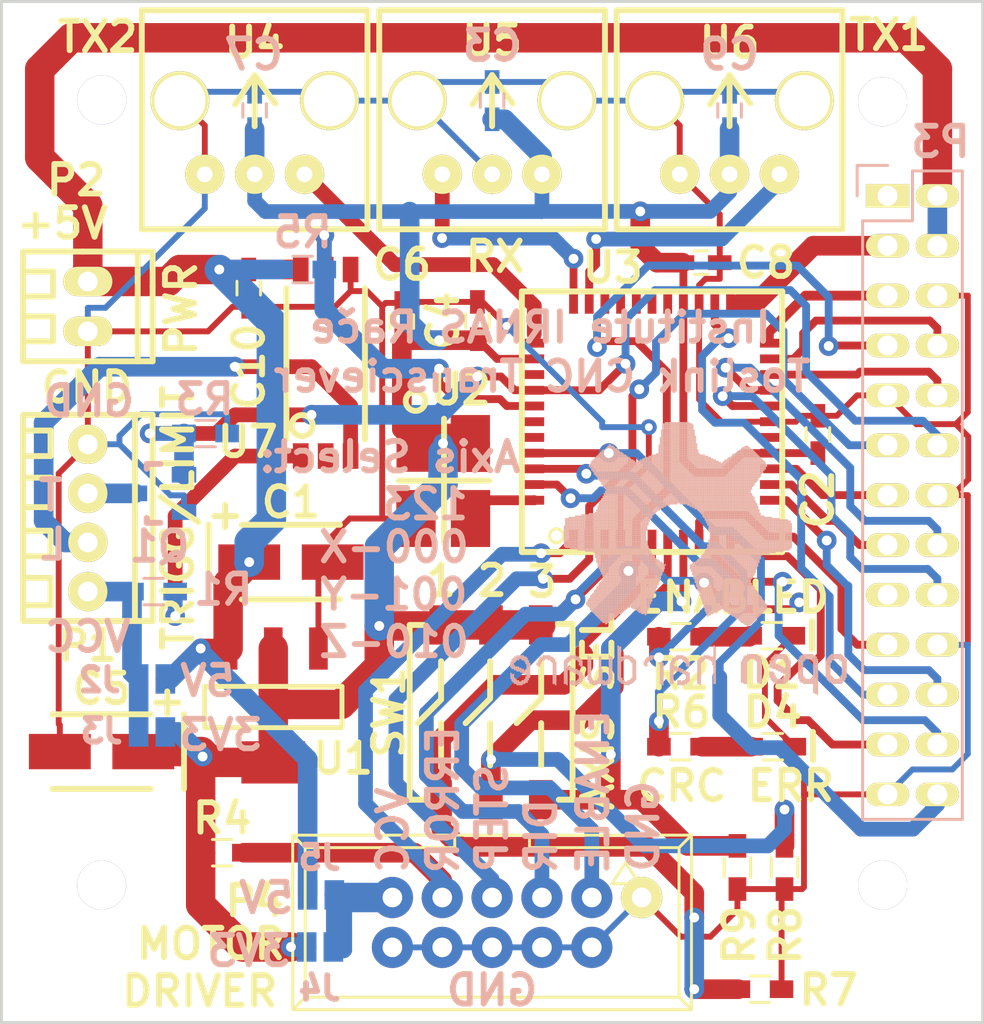
<source format=kicad_pcb>
(kicad_pcb (version 20171130) (host pcbnew "(5.1.12)-1")
  (title_block (title "Toslink CNC Transciever") (date 2016-04-14) (rev 3.0) (company "Institute IRNAS Rače"))
  (layers (0 F.Cu signal) (31 B.Cu signal) (34 B.Paste user hide) (35 F.Paste user hide) (36 B.SilkS user hide) (37 F.SilkS user hide) (38 B.Mask user hide) (39 F.Mask user hide) (44 Edge.Cuts user))
  (net 0 "")
  (net 1 GND)
  (net 2 +5V)
  (net 3 +3V3)
  (net 4 ENABLE)
  (net 5 DIR)
  (net 6 STEP)
  (net 7 ERROR)
  (net 8 TMS)
  (net 9 TDI)
  (net 10 TDO)
  (net 11 TCK)
  (net 12 CLK)
  (net 13 TOLSINK_RX)
  (net 14 LIMIT)
  (net 15 TOSLINK_TX1)
  (net 16 TOSLINK_TX2)
  (net 17 "Net-(D1-Pad2)")
  (net 18 "Net-(D4-Pad2)")
  (net 19 CRC_ERROR)
  (net 20 "Net-(J2-Pad2)")
  (net 21 "Net-(P1-Pad3)")
  (net 22 "Net-(P1-Pad2)")
  (net 23 "Net-(J4-Pad2)")
  (net 24 TRIGGER)
  (net 25 "Net-(R1-Pad2)")
  (net 26 EN_LED)
  (net 27 AXIS_1)
  (net 28 AXIS_2)
  (net 29 AXIS_3)
  (net 30 I2C_SDA)
  (net 31 I2C_SCL)
  (net 32 UART_RX)
  (net 33 UART_TX)
  (net 34 GENERAL1)
  (net 35 GENERAL2)
  (net 36 GENERAL3)
  (net 37 GENERAL4)
  (net 38 GENERAL5)
  (net 39 GENERAL6)
  (module Pin_Headers:Pin_Header_Straight_2x13 (layer F.Cu) (at 87.626 82.8288)
    (fp_text reference P3 (at 2.7 -2.75) (layer B.SilkS) (effects (font (size 1.5 1.5) (thickness 0.3)) (justify mirror)))
    (fp_text value RPI_header hide)
    (pad 1 thru_hole rect (at 0 0) (size 2.2 1.2) (drill 1.016) (layers *.Cu *.Mask F.SilkS))
    (pad 2 thru_hole oval (at 2.54 0) (size 2.2 1.2) (drill 1.016) (layers *.Cu *.Mask F.SilkS) (net 2 +5V))
    (pad 3 thru_hole oval (at 0 2.54) (size 2.2 1.2) (drill 1.016) (layers *.Cu *.Mask F.SilkS) (net 30 I2C_SDA))
    (pad 4 thru_hole oval (at 2.54 2.54) (size 2.2 1.2) (drill 1.016) (layers *.Cu *.Mask F.SilkS) (net 2 +5V))
    (pad 5 thru_hole oval (at 0 5.08) (size 2.2 1.2) (drill 1.016) (layers *.Cu *.Mask F.SilkS) (net 31 I2C_SCL))
    (pad 6 thru_hole oval (at 2.54 5.08) (size 2.2 1.2) (drill 1.016) (layers *.Cu *.Mask F.SilkS) (net 1 GND))
    (pad 7 thru_hole oval (at 0 7.62) (size 2.2 1.2) (drill 1.016) (layers *.Cu *.Mask F.SilkS) (net 4 ENABLE))
    (pad 8 thru_hole oval (at 2.54 7.62) (size 2.2 1.2) (drill 1.016) (layers *.Cu *.Mask F.SilkS) (net 32 UART_RX))
    (pad 9 thru_hole oval (at 0 10.16) (size 2.2 1.2) (drill 1.016) (layers *.Cu *.Mask F.SilkS) (net 1 GND))
    (pad 10 thru_hole oval (at 2.54 10.16) (size 2.2 1.2) (drill 1.016) (layers *.Cu *.Mask F.SilkS) (net 33 UART_TX))
    (pad 11 thru_hole oval (at 0 12.7) (size 2.2 1.2) (drill 1.016) (layers *.Cu *.Mask F.SilkS) (net 6 STEP))
    (pad 12 thru_hole oval (at 2.54 12.7) (size 2.2 1.2) (drill 1.016) (layers *.Cu *.Mask F.SilkS) (net 24 TRIGGER))
    (pad 13 thru_hole oval (at 0 15.24) (size 2.2 1.2) (drill 1.016) (layers *.Cu *.Mask F.SilkS) (net 38 GENERAL5))
    (pad 14 thru_hole oval (at 2.54 15.24) (size 2.2 1.2) (drill 1.016) (layers *.Cu *.Mask F.SilkS) (net 1 GND))
    (pad 15 thru_hole oval (at 0 17.78) (size 2.2 1.2) (drill 1.016) (layers *.Cu *.Mask F.SilkS) (net 39 GENERAL6))
    (pad 16 thru_hole oval (at 2.54 17.78) (size 2.2 1.2) (drill 1.016) (layers *.Cu *.Mask F.SilkS) (net 34 GENERAL1))
    (pad 17 thru_hole oval (at 0 20.32) (size 2.2 1.2) (drill 1.016) (layers *.Cu *.Mask F.SilkS))
    (pad 18 thru_hole oval (at 2.54 20.32) (size 2.2 1.2) (drill 1.016) (layers *.Cu *.Mask F.SilkS) (net 35 GENERAL2))
    (pad 19 thru_hole oval (at 0 22.86) (size 2.2 1.2) (drill 1.016) (layers *.Cu *.Mask F.SilkS) (net 9 TDI))
    (pad 20 thru_hole oval (at 2.54 22.86) (size 2.2 1.2) (drill 1.016) (layers *.Cu *.Mask F.SilkS) (net 1 GND))
    (pad 21 thru_hole oval (at 0 25.4) (size 2.2 1.2) (drill 1.016) (layers *.Cu *.Mask F.SilkS) (net 10 TDO))
    (pad 22 thru_hole oval (at 2.54 25.4) (size 2.2 1.2) (drill 1.016) (layers *.Cu *.Mask F.SilkS) (net 36 GENERAL3))
    (pad 23 thru_hole oval (at 0 27.94) (size 2.2 1.2) (drill 1.016) (layers *.Cu *.Mask F.SilkS) (net 11 TCK))
    (pad 24 thru_hole oval (at 2.54 27.94) (size 2.2 1.2) (drill 1.016) (layers *.Cu *.Mask F.SilkS) (net 8 TMS))
    (pad 25 thru_hole oval (at 0 30.48) (size 2.2 1.2) (drill 1.016) (layers *.Cu *.Mask F.SilkS) (net 1 GND))
    (pad 26 thru_hole oval (at 2.54 30.48) (size 2.2 1.2) (drill 1.016) (layers *.Cu *.Mask F.SilkS) (net 37 GENERAL4))
  )
  (module VQFP44:VASCH5x2 (layer F.Cu) (at 67.476 119.829 180)
    (fp_text reference P4 (at 12.1 1.1 180) (layer F.SilkS) (effects (font (size 1.5 1.5) (thickness 0.3))))
    (fp_text value "PoStep25-32 connector" hide)
    (pad 1 thru_hole circle (at -5.08 1.27 180) (size 2.1 2.1) (drill 1) (layers *.Cu *.Mask) (net 4 ENABLE))
    (pad 2 thru_hole circle (at -5.08 -1.27 180) (size 2.1 2.1) (drill 1) (layers *.Cu *.Mask) (net 1 GND))
    (pad 3 thru_hole circle (at -2.54 1.27 180) (size 2.1 2.1) (drill 1) (layers *.Cu *.Mask) (net 5 DIR))
    (pad 4 thru_hole circle (at -2.54 -1.27 180) (size 2.1 2.1) (drill 1) (layers *.Cu *.Mask) (net 1 GND))
    (pad 5 thru_hole circle (at 0 1.27 180) (size 2.1 2.1) (drill 1) (layers *.Cu *.Mask) (net 6 STEP))
    (pad 6 thru_hole circle (at 0 -1.27 180) (size 2.1 2.1) (drill 1) (layers *.Cu *.Mask) (net 1 GND))
    (pad 7 thru_hole circle (at 2.54 1.27 180) (size 2.1 2.1) (drill 1) (layers *.Cu *.Mask) (net 7 ERROR))
    (pad 8 thru_hole circle (at 2.54 -1.27 180) (size 2.1 2.1) (drill 1) (layers *.Cu *.Mask) (net 1 GND))
    (pad 9 thru_hole circle (at 5.08 1.27 180) (size 2.1 2.1) (drill 1) (layers *.Cu *.Mask) (net 23 "Net-(J4-Pad2)"))
    (pad 10 thru_hole circle (at 5.08 -1.27 180) (size 2.1 2.1) (drill 1) (layers *.Cu *.Mask) (net 1 GND))
    (pad 2 thru_hole circle (at -7.62 1.27 180) (size 2.1 2.1) (drill 1) (layers *.Cu *.Mask F.SilkS) (net 1 GND))
  )
  (module VQFP44:DLT1111 (layer F.Cu) (at 55.376 81.7288)
    (fp_text reference U4 (at 0 -6.7) (layer F.SilkS) (effects (font (size 1.5 1.5) (thickness 0.3))))
    (fp_text value DLT1111 hide)
    (pad 1 thru_hole circle (at 3.81 -3.75) (size 3 3) (drill 2.6) (layers *.Cu *.Mask F.SilkS) (net 1 GND))
    (pad 3 thru_hole circle (at 2.54 0) (size 2 2) (drill 0.8) (layers *.Cu *.Mask F.SilkS) (net 16 TOSLINK_TX2))
    (pad 2 thru_hole circle (at 0 0) (size 2 2) (drill 0.8) (layers *.Cu *.Mask F.SilkS) (net 3 +3V3))
    (pad 1 thru_hole circle (at -2.54 0) (size 2 2) (drill 0.8) (layers *.Cu *.Mask F.SilkS) (net 1 GND))
    (pad 1 thru_hole circle (at -3.81 -3.75) (size 3 3) (drill 2.6) (layers *.Cu *.Mask F.SilkS) (net 1 GND))
  )
  (module VQFP44:DLR1111 (layer F.Cu) (at 67.476 81.7288)
    (fp_text reference U5 (at 0 -6.8) (layer F.SilkS) (effects (font (size 1.5 1.5) (thickness 0.3))))
    (fp_text value DLR1111 hide)
    (pad 2 thru_hole circle (at 3.81 -3.75) (size 3 3) (drill 2.6) (layers *.Cu *.Mask F.SilkS) (net 1 GND))
    (pad 3 thru_hole circle (at 2.54 0) (size 2 2) (drill 0.8) (layers *.Cu *.Mask F.SilkS) (net 3 +3V3))
    (pad 2 thru_hole circle (at 0 0) (size 2 2) (drill 0.8) (layers *.Cu *.Mask F.SilkS) (net 1 GND))
    (pad 1 thru_hole circle (at -2.54 0) (size 2 2) (drill 0.8) (layers *.Cu *.Mask F.SilkS) (net 13 TOLSINK_RX))
    (pad 2 thru_hole circle (at -3.81 -3.75) (size 3 3) (drill 2.6) (layers *.Cu *.Mask F.SilkS) (net 1 GND))
  )
  (module VQFP44:DLT1111 (layer F.Cu) (at 79.576 81.7288)
    (fp_text reference U6 (at 0 -6.7) (layer F.SilkS) (effects (font (size 1.5 1.5) (thickness 0.3))))
    (fp_text value DLT1111 hide)
    (pad 1 thru_hole circle (at 3.81 -3.75) (size 3 3) (drill 2.6) (layers *.Cu *.Mask F.SilkS) (net 1 GND))
    (pad 3 thru_hole circle (at 2.54 0) (size 2 2) (drill 0.8) (layers *.Cu *.Mask F.SilkS) (net 15 TOSLINK_TX1))
    (pad 2 thru_hole circle (at 0 0) (size 2 2) (drill 0.8) (layers *.Cu *.Mask F.SilkS) (net 3 +3V3))
    (pad 1 thru_hole circle (at -2.54 0) (size 2 2) (drill 0.8) (layers *.Cu *.Mask F.SilkS) (net 1 GND))
    (pad 1 thru_hole circle (at -3.81 -3.75) (size 3 3) (drill 2.6) (layers *.Cu *.Mask F.SilkS) (net 1 GND))
  )
  (module VQFP44:MountingHole_1-5mm (layer F.Cu) (at 47.586 77.9388)
    (fp_text reference REF**_4 hide)
    (fp_text value MountingHole_1-5mm hide)
    (pad 1 thru_hole circle (at 0 0) (size 2.5 2.5) (drill 2.5) (layers *.Cu))
  )
  (module VQFP44:MountingHole_1-5mm (layer F.Cu) (at 87.376 78.0288)
    (fp_text reference REF**_3 hide)
    (fp_text value MountingHole_1-5mm hide)
    (pad 1 thru_hole circle (at 0 0) (size 2.5 2.5) (drill 2.5) (layers *.Cu))
  )
  (module VQFP44:MountingHole_1-5mm (layer F.Cu) (at 47.576 117.929)
    (fp_text reference REF**_2 hide)
    (fp_text value MountingHole_1-5mm hide)
    (pad 1 thru_hole circle (at 0 0) (size 2.5 2.5) (drill 2.5) (layers *.Cu))
  )
  (module VQFP44:VQFP44 (layer F.Cu) (at 71.626 100.329)
    (fp_text reference U3 (at 2 -13.85 180) (layer F.SilkS) (effects (font (size 1.5 1.5) (thickness 0.3))))
    (fp_text value XC9572XL hide)
    (pad 1 smd rect (at 0 0) (size 0.44958 1) (layers F.Cu F.Paste F.Mask) (net 7 ERROR))
    (pad 2 smd rect (at 0.79756 0) (size 0.44958 1) (layers F.Cu F.Paste F.Mask) (net 6 STEP))
    (pad 3 smd rect (at 1.59766 0) (size 0.44958 1) (layers F.Cu F.Paste F.Mask) (net 5 DIR))
    (pad 4 smd rect (at 2.39776 0) (size 0.44958 1) (layers F.Cu F.Paste F.Mask) (net 1 GND))
    (pad 5 smd rect (at 3.19786 0) (size 0.44958 1) (layers F.Cu F.Paste F.Mask) (net 4 ENABLE))
    (pad 6 smd rect (at 3.99796 0) (size 0.44958 1) (layers F.Cu F.Paste F.Mask) (net 27 AXIS_1))
    (pad 7 smd rect (at 4.79806 0) (size 0.44958 1) (layers F.Cu F.Paste F.Mask) (net 28 AXIS_2))
    (pad 8 smd rect (at 5.59816 0) (size 0.44958 1) (layers F.Cu F.Paste F.Mask) (net 29 AXIS_3))
    (pad 9 smd rect (at 6.39826 0) (size 0.44958 1) (layers F.Cu F.Paste F.Mask) (net 9 TDI))
    (pad 10 smd rect (at 7.19836 0) (size 0.44958 1) (layers F.Cu F.Paste F.Mask) (net 8 TMS))
    (pad 11 smd rect (at 7.99846 0) (size 0.44958 1) (layers F.Cu F.Paste F.Mask) (net 11 TCK))
    (pad 12 smd rect (at 9.99998 -1.99898 270) (size 0.44958 1) (layers F.Cu F.Paste F.Mask) (net 36 GENERAL3))
    (pad 13 smd rect (at 9.99998 -2.79908 270) (size 0.44958 1) (layers F.Cu F.Paste F.Mask) (net 39 GENERAL6))
    (pad 14 smd rect (at 9.99998 -3.59918 270) (size 0.44958 1) (layers F.Cu F.Paste F.Mask) (net 38 GENERAL5))
    (pad 15 smd rect (at 9.99998 -4.39928 270) (size 0.44958 1) (layers F.Cu F.Paste F.Mask) (net 3 +3V3))
    (pad 16 smd rect (at 9.99998 -5.19938 270) (size 0.44958 1) (layers F.Cu F.Paste F.Mask))
    (pad 17 smd rect (at 9.99998 -5.99948 270) (size 0.44958 1) (layers F.Cu F.Paste F.Mask) (net 1 GND))
    (pad 18 smd rect (at 9.99998 -6.79958 270) (size 0.44958 1) (layers F.Cu F.Paste F.Mask) (net 35 GENERAL2))
    (pad 19 smd rect (at 9.99998 -7.59968 270) (size 0.44958 1) (layers F.Cu F.Paste F.Mask) (net 34 GENERAL1))
    (pad 20 smd rect (at 9.99998 -8.39978 270) (size 0.44958 1) (layers F.Cu F.Paste F.Mask) (net 33 UART_TX))
    (pad 21 smd rect (at 9.99998 -9.19988 270) (size 0.44958 1) (layers F.Cu F.Paste F.Mask) (net 32 UART_RX))
    (pad 22 smd rect (at 9.99998 -9.99998 270) (size 0.44958 1) (layers F.Cu F.Paste F.Mask) (net 31 I2C_SCL))
    (pad 23 smd rect (at 7.99846 -11.99896 180) (size 0.44958 1) (layers F.Cu F.Paste F.Mask) (net 30 I2C_SDA))
    (pad 24 smd rect (at 7.19836 -11.99896 180) (size 0.44958 1) (layers F.Cu F.Paste F.Mask) (net 10 TDO))
    (pad 25 smd rect (at 6.39826 -11.99896 180) (size 0.44958 1) (layers F.Cu F.Paste F.Mask) (net 1 GND))
    (pad 26 smd rect (at 5.59816 -11.99896 180) (size 0.44958 1) (layers F.Cu F.Paste F.Mask) (net 3 +3V3))
    (pad 27 smd rect (at 4.79806 -11.99896 180) (size 0.44958 1) (layers F.Cu F.Paste F.Mask))
    (pad 28 smd rect (at 3.99796 -11.99896 180) (size 0.44958 1) (layers F.Cu F.Paste F.Mask))
    (pad 29 smd rect (at 3.19786 -11.99896 180) (size 0.44958 1) (layers F.Cu F.Paste F.Mask))
    (pad 30 smd rect (at 2.39776 -11.99896 180) (size 0.44958 1) (layers F.Cu F.Paste F.Mask))
    (pad 31 smd rect (at 1.59766 -11.99896 180) (size 0.44958 1) (layers F.Cu F.Paste F.Mask))
    (pad 32 smd rect (at 0.79756 -11.99896 180) (size 0.44958 1) (layers F.Cu F.Paste F.Mask) (net 15 TOSLINK_TX1))
    (pad 33 smd rect (at 0 -11.99896 180) (size 0.44958 1) (layers F.Cu F.Paste F.Mask) (net 13 TOLSINK_RX))
    (pad 34 smd rect (at -1.99898 -9.99998 90) (size 0.44958 1) (layers F.Cu F.Paste F.Mask) (net 16 TOSLINK_TX2))
    (pad 35 smd rect (at -1.99898 -9.19988 90) (size 0.44958 1) (layers F.Cu F.Paste F.Mask) (net 3 +3V3))
    (pad 36 smd rect (at -1.99898 -8.39978 90) (size 0.44958 1) (layers F.Cu F.Paste F.Mask))
    (pad 37 smd rect (at -1.99898 -7.59968 90) (size 0.44958 1) (layers F.Cu F.Paste F.Mask) (net 24 TRIGGER))
    (pad 38 smd rect (at -1.99898 -6.79958 90) (size 0.44958 1) (layers F.Cu F.Paste F.Mask) (net 14 LIMIT))
    (pad 39 smd rect (at -1.99898 -5.99948 90) (size 0.44958 1) (layers F.Cu F.Paste F.Mask))
    (pad 40 smd rect (at -1.99898 -5.19938 90) (size 0.44958 1) (layers F.Cu F.Paste F.Mask))
    (pad 41 smd rect (at -1.99898 -4.39928 90) (size 0.44958 1) (layers F.Cu F.Paste F.Mask) (net 37 GENERAL4))
    (pad 42 smd rect (at -1.99898 -3.59918 90) (size 0.44958 1) (layers F.Cu F.Paste F.Mask) (net 19 CRC_ERROR))
    (pad 43 smd rect (at -1.99898 -2.79908 90) (size 0.44958 1) (layers F.Cu F.Paste F.Mask) (net 26 EN_LED))
    (pad 44 smd rect (at -1.99898 -1.99898 90) (size 0.44958 1) (layers F.Cu F.Paste F.Mask) (net 12 CLK))
  )
  (module VQFP44:SOT-223 (layer F.Cu) (at 56.326 105.879 180)
    (fp_text reference U1 (at -3.55 -5.6) (layer F.SilkS) (effects (font (size 1.5 1.5) (thickness 0.3))))
    (fp_text value TLV1117 hide)
    (pad 3 smd rect (at 2.3 0 180) (size 0.95 2.15) (layers F.Cu F.Paste F.Mask) (net 2 +5V))
    (pad 1 smd rect (at -2.3 0 180) (size 0.95 2.15) (layers F.Cu F.Paste F.Mask) (net 1 GND))
    (pad 2 smd rect (at 0 0 180) (size 0.95 2.15) (layers F.Cu F.Paste F.Mask) (net 3 +3V3))
    (pad 2 smd rect (at 0 -5.8 180) (size 3.25 2.15) (layers F.Cu F.Paste F.Mask) (net 3 +3V3))
  )
  (module Capacitors_SMD:C_0603_HandSoldering (layer B.Cu) (at 79.576 78.4788 90)
    (fp_text reference C9 (at 2.85 0 180) (layer B.SilkS) (effects (font (size 1.5 1.5) (thickness 0.3)) (justify mirror)))
    (fp_text value 100nF,25V hide)
    (pad 1 smd rect (at -0.95 0 90) (size 1.2 0.75) (layers B.Cu B.Paste B.Mask) (net 3 +3V3))
    (pad 2 smd rect (at 0.95 0 90) (size 1.2 0.75) (layers B.Cu B.Paste B.Mask) (net 1 GND))
  )
  (module Capacitors_SMD:C_0603_HandSoldering (layer F.Cu) (at 78.126 86.2288)
    (fp_text reference C8 (at 3.3 0) (layer F.SilkS) (effects (font (size 1.5 1.5) (thickness 0.3))))
    (fp_text value 100nF,25V hide)
    (pad 1 smd rect (at -0.95 0) (size 1.2 0.75) (layers F.Cu F.Paste F.Mask) (net 3 +3V3))
    (pad 2 smd rect (at 0.95 0) (size 1.2 0.75) (layers F.Cu F.Paste F.Mask) (net 1 GND))
  )
  (module Capacitors_SMD:C_0603_HandSoldering (layer B.Cu) (at 55.376 78.4788 90)
    (fp_text reference C7 (at 2.85 -0.05 180) (layer B.SilkS) (effects (font (size 1.5 1.5) (thickness 0.3)) (justify mirror)))
    (fp_text value 100nF,25V hide)
    (pad 1 smd rect (at -0.95 0 90) (size 1.2 0.75) (layers B.Cu B.Paste B.Mask) (net 3 +3V3))
    (pad 2 smd rect (at 0.95 0 90) (size 1.2 0.75) (layers B.Cu B.Paste B.Mask) (net 1 GND))
  )
  (module Capacitors_SMD:C_0603_HandSoldering (layer F.Cu) (at 62.876 89.2288 270)
    (fp_text reference C6 (at -2.9 0) (layer F.SilkS) (effects (font (size 1.5 1.5) (thickness 0.3))))
    (fp_text value 100nF,25V hide)
    (pad 1 smd rect (at -0.95 0 270) (size 1.2 0.75) (layers F.Cu F.Paste F.Mask) (net 1 GND))
    (pad 2 smd rect (at 0.95 0 270) (size 1.2 0.75) (layers F.Cu F.Paste F.Mask) (net 3 +3V3))
  )
  (module VQFP44:TantalC_SizeB_EIA-3528_HandSoldering (layer F.Cu) (at 47.576 111.129 180)
    (fp_text reference C5 (at 0 3.2 180) (layer F.SilkS) (effects (font (size 1.5 1.5) (thickness 0.3))))
    (fp_text value 10uF,25V hide)
    (fp_text user + (at -3.35 2.6 180) (layer F.SilkS) (effects (font (size 1.5 1.5) (thickness 0.3))))
    (pad 2 smd rect (at 2.12598 0 180) (size 3.1496 1.80086) (layers F.Cu F.Paste F.Mask) (net 1 GND))
    (pad 1 smd rect (at -2.12598 0 180) (size 3.1496 1.80086) (layers F.Cu F.Paste F.Mask) (net 3 +3V3))
  )
  (module Capacitors_SMD:C_0603_HandSoldering (layer F.Cu) (at 66.726 89.1788 270)
    (fp_text reference C4 (at 0 1.75 270) (layer F.SilkS) (effects (font (size 1.5 1.5) (thickness 0.3))))
    (fp_text value 100nF,25V hide)
    (pad 1 smd rect (at -0.95 0 270) (size 1.2 0.75) (layers F.Cu F.Paste F.Mask) (net 1 GND))
    (pad 2 smd rect (at 0.95 0 270) (size 1.2 0.75) (layers F.Cu F.Paste F.Mask) (net 3 +3V3))
  )
  (module Capacitors_SMD:C_0603_HandSoldering (layer B.Cu) (at 67.476 77.9788 270)
    (fp_text reference C3 (at -2.8 0) (layer B.SilkS) (effects (font (size 1.5 1.5) (thickness 0.3)) (justify mirror)))
    (fp_text value 100nF,25V hide)
    (pad 1 smd rect (at -0.95 0 270) (size 1.2 0.75) (layers B.Cu B.Paste B.Mask) (net 1 GND))
    (pad 2 smd rect (at 0.95 0 270) (size 1.2 0.75) (layers B.Cu B.Paste B.Mask) (net 3 +3V3))
  )
  (module Capacitors_SMD:C_0603_HandSoldering (layer F.Cu) (at 84.076 94.9788 270)
    (fp_text reference C2 (at 3.3 0 270) (layer F.SilkS) (effects (font (size 1.5 1.5) (thickness 0.3))))
    (fp_text value 100nF,25V hide)
    (pad 1 smd rect (at -0.95 0 270) (size 1.2 0.75) (layers F.Cu F.Paste F.Mask) (net 1 GND))
    (pad 2 smd rect (at 0.95 0 270) (size 1.2 0.75) (layers F.Cu F.Paste F.Mask) (net 3 +3V3))
  )
  (module VQFP44:TantalC_SizeB_EIA-3528_HandSoldering (layer F.Cu) (at 57.226 101.479)
    (fp_text reference C1 (at 0 -3.05 180) (layer F.SilkS) (effects (font (size 1.5 1.5) (thickness 0.3))))
    (fp_text value 10uF,25V hide)
    (fp_text user + (at -3.35 -2.45) (layer F.SilkS) (effects (font (size 1.5 1.5) (thickness 0.3))))
    (pad 2 smd rect (at 2.12598 0) (size 3.1496 1.80086) (layers F.Cu F.Paste F.Mask) (net 1 GND))
    (pad 1 smd rect (at -2.12598 0) (size 3.1496 1.80086) (layers F.Cu F.Paste F.Mask) (net 2 +5V))
  )
  (module CFPS-9-50M:CFPS-9-50M (layer F.Cu) (at 63.876 96.0788 270)
    (fp_text reference U2 (at -3.4 -2) (layer F.SilkS) (effects (font (size 1.5 1.5) (thickness 0.3))))
    (fp_text value CFPS-9-50M hide)
    (pad 4 smd rect (at -0.64 -2.49 270) (size 2.9 2) (layers F.Cu F.Paste F.Mask) (net 3 +3V3))
    (pad 3 smd rect (at 3.18 -2.5 270) (size 2.9 2) (layers F.Cu F.Paste F.Mask) (net 12 CLK))
    (pad 2 smd rect (at 3.18 0.28 270) (size 2.9 2) (layers F.Cu F.Paste F.Mask) (net 1 GND))
    (pad 1 smd rect (at -0.65 0.27 270) (size 2.9 2) (layers F.Cu F.Paste F.Mask) (net 3 +3V3))
  )
  (module VQFP44:MountingHole_1-5mm (layer F.Cu) (at 87.376 117.929)
    (fp_text reference REF** hide)
    (fp_text value MountingHole_1-5mm hide)
    (pad 1 thru_hole circle (at 0 0) (size 2.5 2.5) (drill 2.5) (layers *.Cu))
  )
  (module VQFP44:LED_0603_HandSoldering (layer F.Cu) (at 81.726 105.229)
    (fp_text reference D1 (at 0 1.9) (layer F.SilkS) (effects (font (size 1.5 1.5) (thickness 0.3))))
    (fp_text value "LED Green" hide)
    (pad 2 smd rect (at -1.1 0) (size 1.2 0.9) (layers F.Cu F.Paste F.Mask) (net 17 "Net-(D1-Pad2)"))
    (pad 1 smd rect (at 1.1 0) (size 1.2 0.9) (layers F.Cu F.Paste F.Mask) (net 1 GND))
  )
  (module Resistors_SMD:R_0603_HandSoldering (layer F.Cu) (at 77.076 105.279 180)
    (fp_text reference R2 (at 0 -1.9 180) (layer F.SilkS) (effects (font (size 1.5 1.5) (thickness 0.3))))
    (fp_text value 1K hide)
    (pad 1 smd rect (at -1.1 0 180) (size 1.2 0.9) (layers F.Cu F.Paste F.Mask) (net 17 "Net-(D1-Pad2)"))
    (pad 2 smd rect (at 1.1 0 180) (size 1.2 0.9) (layers F.Cu F.Paste F.Mask) (net 26 EN_LED))
  )
  (module VQFP44:LED_0603_HandSoldering (layer F.Cu) (at 81.776 110.879)
    (fp_text reference D4 (at 0 -1.75 180) (layer F.SilkS) (effects (font (size 1.5 1.5) (thickness 0.3))))
    (fp_text value "LED Red" hide)
    (pad 2 smd rect (at -1.1 0) (size 1.2 0.9) (layers F.Cu F.Paste F.Mask) (net 18 "Net-(D4-Pad2)"))
    (pad 1 smd rect (at 1.1 0) (size 1.2 0.9) (layers F.Cu F.Paste F.Mask) (net 1 GND))
  )
  (module Resistors_SMD:R_0603_HandSoldering (layer F.Cu) (at 77.076 110.879 180)
    (fp_text reference R6 (at -0.05 1.75) (layer F.SilkS) (effects (font (size 1.5 1.5) (thickness 0.3))))
    (fp_text value 1K hide)
    (pad 1 smd rect (at -1.1 0 180) (size 1.2 0.9) (layers F.Cu F.Paste F.Mask) (net 18 "Net-(D4-Pad2)"))
    (pad 2 smd rect (at 1.1 0 180) (size 1.2 0.9) (layers F.Cu F.Paste F.Mask) (net 19 CRC_ERROR))
  )
  (module Resistors_SMD:R_0603_HandSoldering (layer F.Cu) (at 81.126 123.229 180)
    (fp_text reference R7 (at -3.5 -0.05 180) (layer F.SilkS) (effects (font (size 1.5 1.5) (thickness 0.3))))
    (fp_text value 10K hide)
    (pad 1 smd rect (at -1.1 0 180) (size 1.2 0.9) (layers F.Cu F.Paste F.Mask) (net 1 GND))
    (pad 2 smd rect (at 1.1 0 180) (size 1.2 0.9) (layers F.Cu F.Paste F.Mask) (net 27 AXIS_1))
  )
  (module Resistors_SMD:R_0603_HandSoldering (layer F.Cu) (at 82.376 117.029 90)
    (fp_text reference R8 (at -3.45 0.05 270) (layer F.SilkS) (effects (font (size 1.5 1.5) (thickness 0.3))))
    (fp_text value 10K hide)
    (pad 1 smd rect (at -1.1 0 90) (size 1.2 0.9) (layers F.Cu F.Paste F.Mask) (net 1 GND))
    (pad 2 smd rect (at 1.1 0 90) (size 1.2 0.9) (layers F.Cu F.Paste F.Mask) (net 28 AXIS_2))
  )
  (module Resistors_SMD:R_0603_HandSoldering (layer F.Cu) (at 79.976 117.029 90)
    (fp_text reference R9 (at -3.45 0.1 90) (layer F.SilkS) (effects (font (size 1.5 1.5) (thickness 0.3))))
    (fp_text value 10K hide)
    (pad 1 smd rect (at -1.1 0 90) (size 1.2 0.9) (layers F.Cu F.Paste F.Mask) (net 1 GND))
    (pad 2 smd rect (at 1.1 0 90) (size 1.2 0.9) (layers F.Cu F.Paste F.Mask) (net 29 AXIS_3))
  )
  (module OPEN_HW:OSHWLOGO0.75IN (layer B.Cu) (at 86.5 92 180)
    (fp_text reference G*** hide)
    (fp_text value LOGO hide)
  )
  (module Capacitors_SMD:C_0603_HandSoldering (layer F.Cu) (at 55.076 87.5288 270)
    (fp_text reference C10 (at 4 0 270) (layer F.SilkS) (effects (font (size 1.5 1.5) (thickness 0.3))))
    (fp_text value 100nF,25V hide)
    (pad 1 smd rect (at -0.95 0 270) (size 1.2 0.75) (layers F.Cu F.Paste F.Mask) (net 2 +5V))
    (pad 2 smd rect (at 0.95 0 270) (size 1.2 0.75) (layers F.Cu F.Paste F.Mask) (net 1 GND))
  )
  (module terminal_block_2_5mm_4pole:terminal_block_2_5mm_4pole (layer F.Cu) (at 46.876 97.9788 270)
    (fp_text reference P1 (at 7.75 0) (layer F.SilkS) (effects (font (size 1.5 1.5) (thickness 0.3))))
    (fp_text value CONN_01X04 hide)
    (pad 4 thru_hole circle (at 5 0 270) (size 2 2) (drill 1) (layers *.Cu *.Mask F.SilkS) (net 20 "Net-(J2-Pad2)"))
    (pad 3 thru_hole circle (at 2.5 0 270) (size 2 2) (drill 1) (layers *.Cu *.Mask F.SilkS) (net 21 "Net-(P1-Pad3)"))
    (pad 1 thru_hole circle (at -2.5 0 270) (size 2 2) (drill 1) (layers *.Cu *.Mask F.SilkS) (net 1 GND))
    (pad 2 thru_hole circle (at 0 0 270) (size 2 2) (drill 1) (layers *.Cu *.Mask F.SilkS) (net 22 "Net-(P1-Pad2)"))
  )
  (module sot_32_standard:SOT-23 (layer B.Cu) (at 50.526 97.9788 270)
    (fp_text reference Q1 (at 2.7 0) (layer B.SilkS) (effects (font (size 1.5 1.5) (thickness 0.3)) (justify mirror)))
    (fp_text value RSR010N10FHATL hide)
    (pad 1 smd rect (at -0.95 -1.25 270) (size 0.8001 1.25) (layers B.Cu B.Paste B.Mask) (net 24 TRIGGER))
    (pad 2 smd rect (at 0.95 -1.25 270) (size 0.8001 1.25) (layers B.Cu B.Paste B.Mask) (net 1 GND))
    (pad 3 smd rect (at 0 1.25 270) (size 0.8001 1.25) (layers B.Cu B.Paste B.Mask) (net 22 "Net-(P1-Pad2)"))
  )
  (module Resistors_SMD:R_0603_HandSoldering (layer B.Cu) (at 50.226 102.979)
    (fp_text reference R1 (at 3.55 -0.1) (layer B.SilkS) (effects (font (size 1.5 1.5) (thickness 0.3)) (justify mirror)))
    (fp_text value 1K hide)
    (pad 1 smd rect (at -1.1 0) (size 1.2 0.9) (layers B.Cu B.Paste B.Mask) (net 20 "Net-(J2-Pad2)"))
    (pad 2 smd rect (at 1.1 0) (size 1.2 0.9) (layers B.Cu B.Paste B.Mask) (net 25 "Net-(R1-Pad2)"))
  )
  (module Resistors_SMD:R_0603_HandSoldering (layer B.Cu) (at 52.876 94.9288 180)
    (fp_text reference R3 (at 0.05 1.75 180) (layer B.SilkS) (effects (font (size 1.5 1.5) (thickness 0.3)) (justify mirror)))
    (fp_text value 10K hide)
    (pad 1 smd rect (at -1.1 0 180) (size 1.2 0.9) (layers B.Cu B.Paste B.Mask) (net 1 GND))
    (pad 2 smd rect (at 1.1 0 180) (size 1.2 0.9) (layers B.Cu B.Paste B.Mask) (net 24 TRIGGER))
  )
  (module Resistors_SMD:R_0603_HandSoldering (layer F.Cu) (at 53.726 116.279)
    (fp_text reference R4 (at 0 -1.75) (layer F.SilkS) (effects (font (size 1.5 1.5) (thickness 0.3))))
    (fp_text value 10K hide)
    (pad 1 smd rect (at -1.1 0) (size 1.2 0.9) (layers F.Cu F.Paste F.Mask) (net 3 +3V3))
    (pad 2 smd rect (at 1.1 0) (size 1.2 0.9) (layers F.Cu F.Paste F.Mask) (net 7 ERROR))
  )
  (module Resistors_SMD:R_0603_HandSoldering (layer B.Cu) (at 57.826 86.5788 180)
    (fp_text reference R5 (at 0 1.9 180) (layer B.SilkS) (effects (font (size 1.5 1.5) (thickness 0.3)) (justify mirror)))
    (fp_text value 10K hide)
    (pad 1 smd rect (at -1.1 0 180) (size 1.2 0.9) (layers B.Cu B.Paste B.Mask) (net 14 LIMIT))
    (pad 2 smd rect (at 1.1 0 180) (size 1.2 0.9) (layers B.Cu B.Paste B.Mask) (net 2 +5V))
  )
  (module TLP2704:TLP2704 (layer F.Cu) (at 57.726 86.5788)
    (fp_text reference U7 (at -2.7 8.775) (layer F.SilkS) (effects (font (size 1.5 1.5) (thickness 0.3))))
    (fp_text value TLP2704 hide)
    (pad 3 smd rect (at 2.54 9.5) (size 0.8 1.3) (layers F.Cu F.Paste F.Mask) (net 21 "Net-(P1-Pad3)"))
    (pad 2 smd rect (at 1.27 9.5) (size 0.8 1.3) (layers F.Cu F.Paste F.Mask))
    (pad 1 smd rect (at 0 9.5) (size 0.8 1.3) (layers F.Cu F.Paste F.Mask) (net 25 "Net-(R1-Pad2)"))
    (pad 4 smd rect (at 2.54 0) (size 0.8 1.3) (layers F.Cu F.Paste F.Mask) (net 1 GND))
    (pad 5 smd rect (at 1.27 0) (size 0.8 1.3) (layers F.Cu F.Paste F.Mask) (net 14 LIMIT))
    (pad 6 smd rect (at 0 0) (size 0.8 1.3) (layers F.Cu F.Paste F.Mask) (net 2 +5V))
  )
  (module terminal_block_2_5mm:terminal_block_2_5mm (layer F.Cu) (at 46.876 89.7288 270)
    (fp_text reference P2 (at -7.7 0.6) (layer F.SilkS) (effects (font (size 1.5 1.5) (thickness 0.3))))
    (fp_text value term_block hide)
    (pad 1 thru_hole oval (at -2.54 0 270) (size 1.5 2.5) (drill 1) (layers *.Cu *.Mask F.SilkS) (net 2 +5V))
    (pad 2 thru_hole oval (at 0 0 270) (size 1.5 2.5) (drill 1) (layers *.Cu *.Mask F.SilkS) (net 1 GND))
  )
  (module OMRON_ELECTRONIC_COMPONENTS_A6S-3102-H_DIP_Switch:OMRON_ELECTRONIC_COMPONENTS_A6S-3102-H_DIP_Switch (layer F.Cu) (at 64.876 113.579)
    (fp_text reference SW1 (at -2.65 -4.45 90) (layer F.SilkS) (effects (font (size 1.5 1.5) (thickness 0.3))))
    (fp_text value DIP3 hide)
    (pad 3 smd rect (at 5.08 0) (size 1.2 2) (layers F.Cu F.Paste F.Mask) (net 29 AXIS_3))
    (pad 4 smd rect (at 5.08 -8.9) (size 1.2 2) (layers F.Cu F.Paste F.Mask) (net 3 +3V3))
    (pad 5 smd rect (at 2.54 -8.9) (size 1.2 2) (layers F.Cu F.Paste F.Mask) (net 3 +3V3))
    (pad 6 smd rect (at 0 -8.9) (size 1.2 2) (layers F.Cu F.Paste F.Mask) (net 3 +3V3))
    (pad 2 smd rect (at 2.54 0) (size 1.2 2) (layers F.Cu F.Paste F.Mask) (net 28 AXIS_2))
    (pad 1 smd rect (at 0 0) (size 1.1 2) (layers F.Cu F.Paste F.Mask) (net 27 AXIS_1))
  )
  (module solder_bridge:solder_bridge (layer B.Cu) (at 58.676 118.429)
    (fp_text reference J5 (at 0 -1.9) (layer B.SilkS) (effects (font (size 1.2 1.2) (thickness 0.3)) (justify mirror)))
    (fp_text value solder_bridge hide)
    (pad 2 smd rect (at 0.762 0) (size 1 1.5) (layers B.Cu B.Paste B.Mask) (net 23 "Net-(J4-Pad2)"))
    (pad 1 smd rect (at -0.6 0) (size 1 1.5) (layers B.Cu B.Paste B.Mask) (net 2 +5V))
  )
  (module solder_bridge:solder_bridge (layer B.Cu) (at 58.626 121.079)
    (fp_text reference J4 (at 0.05 2.1) (layer B.SilkS) (effects (font (size 1.2 1.2) (thickness 0.3)) (justify mirror)))
    (fp_text value solder_bridge hide)
    (pad 2 smd rect (at 0.762 0) (size 1 1.5) (layers B.Cu B.Paste B.Mask) (net 23 "Net-(J4-Pad2)"))
    (pad 1 smd rect (at -0.6 0) (size 1 1.5) (layers B.Cu B.Paste B.Mask) (net 3 +3V3))
  )
  (module solder_bridge:solder_bridge (layer B.Cu) (at 50.226 110.129 180)
    (fp_text reference J3 (at 2.65 0.05 180) (layer B.SilkS) (effects (font (size 1.2 1.2) (thickness 0.3)) (justify mirror)))
    (fp_text value solder_bridge hide)
    (pad 2 smd rect (at 0.762 0 180) (size 1 1.5) (layers B.Cu B.Paste B.Mask) (net 20 "Net-(J2-Pad2)"))
    (pad 1 smd rect (at -0.6 0 180) (size 1 1.5) (layers B.Cu B.Paste B.Mask) (net 3 +3V3))
  )
  (module solder_bridge:solder_bridge (layer B.Cu) (at 50.226 107.429 180)
    (fp_text reference J2 (at 2.75 -0.05 180) (layer B.SilkS) (effects (font (size 1.2 1.2) (thickness 0.3)) (justify mirror)))
    (fp_text value solder_bridge hide)
    (pad 2 smd rect (at 0.762 0 180) (size 1 1.5) (layers B.Cu B.Paste B.Mask) (net 20 "Net-(J2-Pad2)"))
    (pad 1 smd rect (at -0.6 0 180) (size 1 1.5) (layers B.Cu B.Paste B.Mask) (net 2 +5V))
  )
  (gr_text PWR (at 51.626 88.5788 90) (layer F.SilkS) (effects (font (size 1.5 1.5) (thickness 0.3))))
  (gr_text 3V3 (at 55.076 121.2788) (layer B.SilkS) (effects (font (size 1.5 1.5) (thickness 0.3)) (justify mirror)))
  (gr_text 5V (at 55.976 118.5788) (layer B.SilkS) (effects (font (size 1.5 1.5) (thickness 0.3)) (justify mirror)))
  (gr_text 3V3 (at 53.626 110.2788) (layer B.SilkS) (effects (font (size 1.5 1.5) (thickness 0.3)) (justify mirror)))
  (gr_text 5V (at 52.976 107.5288) (layer B.SilkS) (effects (font (size 1.5 1.5) (thickness 0.3)) (justify mirror)))
  (gr_text VCC (at 46.876 105.2788) (layer B.SilkS) (effects (font (size 1.5 1.5) (thickness 0.3)) (justify mirror)))
  (gr_text L (at 45.126 100.5788) (layer B.SilkS) (effects (font (size 1.5 1.5) (thickness 0.3)) (justify mirror)))
  (gr_text T (at 44.976 98.0788) (layer B.SilkS) (effects (font (size 1.5 1.5) (thickness 0.3)) (justify mirror)))
  (gr_text GND (at 46.926 93.2788) (layer B.SilkS) (effects (font (size 1.5 1.5) (thickness 0.3)) (justify mirror)))
  (gr_text GND (at 75.176 114.9288 90) (layer B.SilkS) (effects (font (size 1.5 1.5) (thickness 0.3)) (justify mirror)))
  (gr_text 3 (at 70.026 102.4788) (layer F.SilkS) (effects (font (size 1.5 1.5) (thickness 0.3))))
  (gr_text 2 (at 67.476 102.4288) (layer F.SilkS) (effects (font (size 1.5 1.5) (thickness 0.3))))
  (gr_text "AXIS SEL" (at 72.876 109.0788 90) (layer F.SilkS) (effects (font (size 1.5 1.5) (thickness 0.3))))
  (gr_text TRIGG/LIMIT (at 51.476 99.2288 90) (layer F.SilkS) (effects (font (size 1.5 1.5) (thickness 0.3))))
  (gr_text GND (at 46.826 92.5788) (layer F.SilkS) (effects (font (size 1.5 1.5) (thickness 0.3))))
  (gr_text +5V (at 45.576 84.2288) (layer F.SilkS) (effects (font (size 1.5 1.5) (thickness 0.3))))
  (gr_text 123 (at 64.076 98.5288) (layer B.SilkS) (effects (font (size 1.5 1.5) (thickness 0.3)) (justify mirror)))
  (gr_text "000-X\n001-Y\n010-Z" (at 62.476 103.1288) (layer B.SilkS) (effects (font (size 1.5 1.5) (thickness 0.3)) (justify mirror)))
  (gr_text "Axis Select:" (at 62.276 96.1288) (layer B.SilkS) (effects (font (size 1.5 1.5) (thickness 0.3)) (justify mirror)))
  (gr_text "Toslink CNC Transciever" (at 70.026 92.0288) (layer B.SilkS) (effects (font (size 1.5 1.5) (thickness 0.3)) (justify mirror)))
  (gr_text "Institute IRNAS Rače" (at 69.926 89.5288) (layer B.SilkS) (effects (font (size 1.5 1.5) (thickness 0.3)) (justify mirror)))
  (gr_text GND (at 67.476 123.2788) (layer B.SilkS) (effects (font (size 1.5 1.5) (thickness 0.3)) (justify mirror)))
  (gr_text VCC (at 62.426 115.1288 90) (layer B.SilkS) (effects (font (size 1.5 1.5) (thickness 0.3)) (justify mirror)))
  (gr_text ERROR (at 64.976 113.5788 90) (layer B.SilkS) (effects (font (size 1.5 1.5) (thickness 0.3)) (justify mirror)))
  (gr_text STEP (at 67.476 114.5288 90) (layer B.SilkS) (effects (font (size 1.5 1.5) (thickness 0.3)) (justify mirror)))
  (gr_text DIR (at 69.976 115.4288 90) (layer B.SilkS) (effects (font (size 1.5 1.5) (thickness 0.3)) (justify mirror)))
  (gr_text ENABLE (at 72.626 113.1788 90) (layer B.SilkS) (effects (font (size 1.5 1.5) (thickness 0.3)) (justify mirror)))
  (gr_text ENABLED (at 79.726 103.2788) (layer F.SilkS) (effects (font (size 1.5 1.5) (thickness 0.3))))
  (gr_text 1 (at 64.876 102.4288) (layer F.SilkS) (effects (font (size 1.5 1.5) (thickness 0.3))))
  (gr_text " MOTOR\nDRIVER" (at 52.576 122.1288) (layer F.SilkS) (effects (font (size 1.5 1.5) (thickness 0.3))))
  (gr_text "CRC ERR" (at 79.876 112.8788) (layer F.SilkS) (effects (font (size 1.5 1.5) (thickness 0.3))))
  (gr_text TX1 (at 87.676 74.6288) (layer F.SilkS) (effects (font (size 1.5 1.5) (thickness 0.3))))
  (gr_text TX2 (at 47.376 74.7288) (layer F.SilkS) (effects (font (size 1.5 1.5) (thickness 0.3))))
  (gr_text RX (at 67.626 85.9288) (layer F.SilkS) (effects (font (size 1.5 1.5) (thickness 0.3))))
  (gr_line (start 92.476 72.9288) (end 42.476 72.9288) (angle 90) (layer Edge.Cuts) (width 0.15))
  (gr_line (start 92.476 124.9288) (end 92.476 72.9288) (angle 90) (layer Edge.Cuts) (width 0.15))
  (gr_line (start 42.476 124.9288) (end 92.476 124.9288) (angle 90) (layer Edge.Cuts) (width 0.15))
  (gr_line (start 42.476 72.9288) (end 42.476 124.9288) (angle 90) (layer Edge.Cuts) (width 0.15))
  (via (at 68.20752 89.44952) (size 0.8) (drill 0.4) (layers F.Cu B.Cu) (net 1))
  (via (at 75.46176 94.60572) (size 0.8) (drill 0.4) (layers F.Cu B.Cu) (net 1))
  (segment (start 91.1038 94.4546) (end 89.0918 94.4546) (width 0.3) (layer F.Cu) (net 1))
  (segment (start 89.0918 94.4546) (end 87.626 92.9888) (width 0.3) (layer F.Cu) (net 1))
  (segment (start 90.9411 98.0688) (end 91.7387 97.2712) (width 0.3) (layer F.Cu) (net 1))
  (segment (start 91.7387 97.2712) (end 91.7387 95.0895) (width 0.3) (layer F.Cu) (net 1))
  (segment (start 91.7387 95.0895) (end 91.1038 94.4546) (width 0.3) (layer F.Cu) (net 1))
  (segment (start 91.7161 87.9088) (end 91.7161 93.8423) (width 0.3) (layer F.Cu) (net 1))
  (segment (start 91.7161 93.8423) (end 91.1038 94.4546) (width 0.3) (layer F.Cu) (net 1))
  (segment (start 90.166 87.9088) (end 91.7161 87.9088) (width 0.3) (layer F.Cu) (net 1))
  (segment (start 90.9411 98.0688) (end 91.7161 98.0688) (width 0.3) (layer F.Cu) (net 1))
  (segment (start 90.166 98.0688) (end 90.9411 98.0688) (width 0.3) (layer F.Cu) (net 1))
  (segment (start 90.166 105.6888) (end 91.7161 105.6888) (width 0.3) (layer F.Cu) (net 1))
  (segment (start 91.7161 105.6888) (end 91.7161 98.0688) (width 0.3) (layer F.Cu) (net 1))
  (segment (start 90.166 105.6888) (end 91.7161 105.6888) (width 0.3) (layer B.Cu) (net 1))
  (segment (start 87.626 113.3088) (end 88.896 112.0388) (width 0.3) (layer B.Cu) (net 1))
  (segment (start 88.896 112.0388) (end 90.9231 112.0388) (width 0.3) (layer B.Cu) (net 1))
  (segment (start 90.9231 112.0388) (end 91.7161 111.2458) (width 0.3) (layer B.Cu) (net 1))
  (segment (start 91.7161 111.2458) (end 91.7161 105.6888) (width 0.3) (layer B.Cu) (net 1))
  (segment (start 79.976 118.129) (end 79.976 119.1791) (width 0.3) (layer F.Cu) (net 1))
  (segment (start 75.096 118.559) (end 77.0918 120.5548) (width 0.3) (layer F.Cu) (net 1))
  (segment (start 77.0918 120.5548) (end 78.6003 120.5548) (width 0.3) (layer F.Cu) (net 1))
  (segment (start 78.6003 120.5548) (end 79.976 119.1791) (width 0.3) (layer F.Cu) (net 1))
  (segment (start 70.016 121.099) (end 72.556 121.099) (width 0.3) (layer B.Cu) (net 1))
  (segment (start 67.476 121.099) (end 70.016 121.099) (width 0.3) (layer B.Cu) (net 1))
  (segment (start 64.936 121.099) (end 67.476 121.099) (width 0.3) (layer B.Cu) (net 1))
  (segment (start 62.396 121.099) (end 64.936 121.099) (width 0.3) (layer B.Cu) (net 1))
  (segment (start 75.096 118.559) (end 72.556 121.099) (width 0.3) (layer B.Cu) (net 1))
  (segment (start 78.0243 88.33) (end 78.0243 93.1942) (width 0.3) (layer F.Cu) (net 1))
  (segment (start 78.0243 93.1942) (end 79.1596 94.3295) (width 0.3) (layer F.Cu) (net 1))
  (segment (start 79.1596 94.3295) (end 81.626 94.3295) (width 0.3) (layer F.Cu) (net 1))
  (segment (start 78.0243 87.8549) (end 78.0243 88.33) (width 0.3) (layer F.Cu) (net 1))
  (segment (start 78.0243 87.8549) (end 78.0243 87.3799) (width 0.3) (layer F.Cu) (net 1))
  (segment (start 52.836 81.7288) (end 52.836 79.2488) (width 0.3) (layer F.Cu) (net 1))
  (segment (start 52.836 79.2488) (end 51.566 77.9788) (width 0.3) (layer F.Cu) (net 1))
  (segment (start 55.376 77.5288) (end 58.736 77.5288) (width 0.3) (layer B.Cu) (net 1))
  (segment (start 58.736 77.5288) (end 59.186 77.9788) (width 0.3) (layer B.Cu) (net 1))
  (segment (start 51.566 77.9788) (end 52.016 77.5288) (width 0.3) (layer B.Cu) (net 1))
  (segment (start 52.016 77.5288) (end 55.376 77.5288) (width 0.3) (layer B.Cu) (net 1))
  (segment (start 67.476 77.0288) (end 64.616 77.0288) (width 0.3) (layer B.Cu) (net 1))
  (segment (start 64.616 77.0288) (end 63.666 77.9788) (width 0.3) (layer B.Cu) (net 1))
  (segment (start 71.286 77.9788) (end 70.336 77.0288) (width 0.3) (layer B.Cu) (net 1))
  (segment (start 70.336 77.0288) (end 67.476 77.0288) (width 0.3) (layer B.Cu) (net 1))
  (segment (start 77.036 81.7288) (end 77.036 79.2488) (width 0.3) (layer F.Cu) (net 1))
  (segment (start 77.036 79.2488) (end 75.766 77.9788) (width 0.3) (layer F.Cu) (net 1))
  (segment (start 79.076 86.2288) (end 79.076 83.7688) (width 0.3) (layer F.Cu) (net 1))
  (segment (start 79.076 83.7688) (end 77.036 81.7288) (width 0.3) (layer F.Cu) (net 1))
  (segment (start 79.576 77.5288) (end 82.936 77.5288) (width 0.3) (layer B.Cu) (net 1))
  (segment (start 82.936 77.5288) (end 83.386 77.9788) (width 0.3) (layer B.Cu) (net 1))
  (segment (start 75.766 77.9788) (end 76.216 77.5288) (width 0.3) (layer B.Cu) (net 1))
  (segment (start 76.216 77.5288) (end 79.576 77.5288) (width 0.3) (layer B.Cu) (net 1))
  (segment (start 71.286 77.9788) (end 75.766 77.9788) (width 0.3) (layer B.Cu) (net 1))
  (segment (start 67.476 81.7288) (end 63.726 77.9788) (width 0.3) (layer B.Cu) (net 1))
  (segment (start 63.726 77.9788) (end 63.666 77.9788) (width 0.3) (layer B.Cu) (net 1))
  (segment (start 63.666 77.9788) (end 59.186 77.9788) (width 0.3) (layer B.Cu) (net 1))
  (segment (start 87.626 92.9888) (end 86.0759 92.9888) (width 0.3) (layer F.Cu) (net 1))
  (segment (start 84.076 94.0288) (end 85.0359 94.0288) (width 0.3) (layer F.Cu) (net 1))
  (segment (start 85.0359 94.0288) (end 86.0759 92.9888) (width 0.3) (layer F.Cu) (net 1))
  (segment (start 83.6635 94.0288) (end 84.076 94.0288) (width 0.3) (layer F.Cu) (net 1))
  (segment (start 83.6635 94.0288) (end 83.2509 94.0288) (width 0.3) (layer F.Cu) (net 1))
  (segment (start 79.076 86.5413) (end 79.076 86.2288) (width 0.3) (layer F.Cu) (net 1))
  (segment (start 79.076 86.5413) (end 79.076 87.0539) (width 0.3) (layer F.Cu) (net 1))
  (segment (start 46.876 89.7288) (end 46.876 88.5287) (width 0.3) (layer B.Cu) (net 1))
  (segment (start 46.876 88.5287) (end 47.7761 88.5287) (width 0.3) (layer B.Cu) (net 1))
  (segment (start 47.7761 88.5287) (end 52.836 83.4688) (width 0.3) (layer B.Cu) (net 1))
  (segment (start 52.836 83.4688) (end 52.836 81.7288) (width 0.3) (layer B.Cu) (net 1))
  (segment (start 79.076 87.0539) (end 78.3503 87.0539) (width 0.3) (layer F.Cu) (net 1))
  (segment (start 78.3503 87.0539) (end 78.0243 87.3799) (width 0.3) (layer F.Cu) (net 1))
  (segment (start 61.8756 88.4541) (end 61.8756 99.2588) (width 0.3) (layer F.Cu) (net 1))
  (segment (start 62.1385 88.2788) (end 62.0509 88.2788) (width 0.3) (layer F.Cu) (net 1))
  (segment (start 62.0509 88.2788) (end 61.8756 88.4541) (width 0.3) (layer F.Cu) (net 1))
  (segment (start 60.266 87.6789) (end 61.1004 87.6789) (width 0.3) (layer F.Cu) (net 1))
  (segment (start 61.1004 87.6789) (end 61.8756 88.4541) (width 0.3) (layer F.Cu) (net 1))
  (segment (start 61.8756 99.2588) (end 60.2217 99.2588) (width 0.3) (layer F.Cu) (net 1))
  (segment (start 60.2217 99.2588) (end 59.352 100.1285) (width 0.3) (layer F.Cu) (net 1))
  (segment (start 63.596 99.2588) (end 61.8756 99.2588) (width 0.3) (layer F.Cu) (net 1))
  (segment (start 62.876 88.2788) (end 62.1385 88.2788) (width 0.3) (layer F.Cu) (net 1))
  (segment (start 62.876 88.2788) (end 63.7011 88.2788) (width 0.3) (layer F.Cu) (net 1))
  (segment (start 66.726 88.2288) (end 63.7511 88.2288) (width 0.3) (layer F.Cu) (net 1))
  (segment (start 63.7511 88.2288) (end 63.7011 88.2788) (width 0.3) (layer F.Cu) (net 1))
  (segment (start 83.2509 94.0288) (end 82.9502 94.3295) (width 0.3) (layer F.Cu) (net 1))
  (segment (start 82.9502 94.3295) (end 81.626 94.3295) (width 0.3) (layer F.Cu) (net 1))
  (segment (start 55.076 88.4788) (end 59.4661 88.4788) (width 0.3) (layer F.Cu) (net 1))
  (segment (start 59.4661 88.4788) (end 60.266 87.6789) (width 0.3) (layer F.Cu) (net 1))
  (segment (start 54.6635 88.4788) (end 55.076 88.4788) (width 0.3) (layer F.Cu) (net 1))
  (segment (start 54.6635 88.4788) (end 54.2509 88.4788) (width 0.3) (layer F.Cu) (net 1))
  (segment (start 45.45 111.129) (end 45.45 109.7785) (width 0.3) (layer F.Cu) (net 1))
  (segment (start 45.45 109.7785) (end 45.3917 109.7202) (width 0.3) (layer F.Cu) (net 1))
  (segment (start 45.3917 109.7202) (end 45.3917 96.9631) (width 0.3) (layer F.Cu) (net 1))
  (segment (start 45.3917 96.9631) (end 46.876 95.4788) (width 0.3) (layer F.Cu) (net 1))
  (segment (start 59.352 100.8037) (end 58.626 101.5297) (width 0.3) (layer F.Cu) (net 1))
  (segment (start 58.626 101.5297) (end 58.626 105.879) (width 0.3) (layer F.Cu) (net 1))
  (segment (start 59.352 100.8037) (end 59.352 100.1285) (width 0.3) (layer F.Cu) (net 1))
  (segment (start 59.352 101.479) (end 59.352 100.8037) (width 0.3) (layer F.Cu) (net 1))
  (segment (start 82.826 105.229) (end 81.3758 106.6792) (width 0.3) (layer F.Cu) (net 1))
  (segment (start 81.3758 106.6792) (end 81.3758 109.3788) (width 0.3) (layer F.Cu) (net 1))
  (segment (start 81.3758 109.3788) (end 82.876 110.879) (width 0.3) (layer F.Cu) (net 1))
  (segment (start 83.3681 113.3088) (end 83.3681 112.2712) (width 0.3) (layer F.Cu) (net 1))
  (segment (start 83.3681 112.2712) (end 82.876 111.7791) (width 0.3) (layer F.Cu) (net 1))
  (segment (start 83.2761 118.129) (end 83.3681 118.037) (width 0.3) (layer F.Cu) (net 1))
  (segment (start 83.3681 118.037) (end 83.3681 113.3088) (width 0.3) (layer F.Cu) (net 1))
  (segment (start 83.3681 113.3088) (end 86.0759 113.3088) (width 0.3) (layer F.Cu) (net 1))
  (segment (start 87.626 113.3088) (end 86.0759 113.3088) (width 0.3) (layer F.Cu) (net 1))
  (segment (start 82.876 110.879) (end 82.876 111.7791) (width 0.3) (layer F.Cu) (net 1))
  (segment (start 82.376 118.129) (end 83.2761 118.129) (width 0.3) (layer F.Cu) (net 1))
  (segment (start 82.226 118.129) (end 82.376 118.129) (width 0.3) (layer F.Cu) (net 1))
  (segment (start 79.976 118.129) (end 82.226 118.129) (width 0.3) (layer F.Cu) (net 1))
  (segment (start 82.226 118.129) (end 82.226 123.229) (width 0.3) (layer F.Cu) (net 1))
  (segment (start 46.876 89.7288) (end 53.0009 89.7288) (width 0.3) (layer F.Cu) (net 1))
  (segment (start 53.0009 89.7288) (end 54.2509 88.4788) (width 0.3) (layer F.Cu) (net 1))
  (segment (start 46.876 89.7288) (end 46.876 95.4788) (width 0.3) (layer F.Cu) (net 1))
  (segment (start 53.976 94.9288) (end 53.976 94.0287) (width 0.3) (layer B.Cu) (net 1))
  (segment (start 48.4887 95.4788) (end 48.4887 95.0527) (width 0.3) (layer B.Cu) (net 1))
  (segment (start 48.4887 95.0527) (end 49.5907 93.9507) (width 0.3) (layer B.Cu) (net 1))
  (segment (start 49.5907 93.9507) (end 53.898 93.9507) (width 0.3) (layer B.Cu) (net 1))
  (segment (start 53.898 93.9507) (end 53.976 94.0287) (width 0.3) (layer B.Cu) (net 1))
  (segment (start 51.776 98.0787) (end 51.0886 98.0787) (width 0.3) (layer B.Cu) (net 1))
  (segment (start 51.0886 98.0787) (end 48.4887 95.4788) (width 0.3) (layer B.Cu) (net 1))
  (segment (start 48.4887 95.4788) (end 46.876 95.4788) (width 0.3) (layer B.Cu) (net 1))
  (segment (start 51.776 98.9288) (end 51.776 98.0787) (width 0.3) (layer B.Cu) (net 1))
  (segment (start 60.266 86.5788) (end 60.266 87.6789) (width 0.3) (layer F.Cu) (net 1))
  (segment (start 75.46176 96.512292) (end 75.46176 94.60572) (width 0.3) (layer F.Cu) (net 1))
  (segment (start 74.02376 97.950292) (end 75.46176 96.512292) (width 0.3) (layer F.Cu) (net 1))
  (segment (start 74.02376 100.329) (end 74.02376 97.950292) (width 0.3) (layer F.Cu) (net 1))
  (segment (start 75.46176 94.60572) (end 73.08432 94.60572) (width 0.3) (layer B.Cu) (net 1))
  (segment (start 73.08432 94.32632) (end 68.20752 89.44952) (width 0.3) (layer B.Cu) (net 1))
  (segment (start 73.08432 94.60572) (end 73.08432 94.32632) (width 0.3) (layer B.Cu) (net 1))
  (segment (start 66.9868 88.2288) (end 68.20752 89.44952) (width 0.3) (layer F.Cu) (net 1))
  (segment (start 66.726 88.2288) (end 66.9868 88.2288) (width 0.3) (layer F.Cu) (net 1))
  (segment (start 57.326 86.5788) (end 57.176 86.5788) (width 0.4) (layer F.Cu) (net 2))
  (segment (start 57.726 86.5788) (end 57.326 86.5788) (width 0.4) (layer F.Cu) (net 2))
  (segment (start 57.126 86.5788) (end 57.176 86.5788) (width 1) (layer F.Cu) (net 2))
  (segment (start 55.076 86.5788) (end 57.126 86.5788) (width 1) (layer F.Cu) (net 2))
  (segment (start 57.176 86.5788) (end 57.326 86.5788) (width 1) (layer F.Cu) (net 2))
  (segment (start 53.576 86.5788) (end 55.076 86.5788) (width 1) (layer F.Cu) (net 2))
  (segment (start 46.876 87.1888) (end 50.966 87.1888) (width 1.5) (layer F.Cu) (net 2))
  (segment (start 50.966 87.1888) (end 51.576 86.5788) (width 1.5) (layer F.Cu) (net 2))
  (segment (start 51.576 86.5788) (end 53.576 86.5788) (width 1.5) (layer F.Cu) (net 2))
  (segment (start 57.176 86.5788) (end 57.126 86.6288) (width 0.4) (layer F.Cu) (net 2))
  (segment (start 57.126 86.6288) (end 57.126 86.5788) (width 0.4) (layer F.Cu) (net 2))
  (segment (start 56.726 86.5788) (end 53.576 86.5788) (width 1) (layer B.Cu) (net 2))
  (segment (start 54.026 105.879) (end 52.626 105.879) (width 1) (layer F.Cu) (net 2))
  (segment (start 90.166 82.8288) (end 90.166 85.3688) (width 1) (layer B.Cu) (net 2))
  (segment (start 46.876 87.1888) (end 46.876 83.3288) (width 1.5) (layer F.Cu) (net 2))
  (segment (start 46.876 83.3288) (end 44.426 80.8788) (width 1.5) (layer F.Cu) (net 2))
  (segment (start 44.426 80.8788) (end 44.426 76.3788) (width 1.5) (layer F.Cu) (net 2))
  (segment (start 44.426 76.3788) (end 46.026 74.7788) (width 1.5) (layer F.Cu) (net 2))
  (segment (start 46.026 74.7788) (end 88.576 74.7788) (width 1.5) (layer F.Cu) (net 2))
  (segment (start 88.576 74.7788) (end 90.166 76.3688) (width 1.5) (layer F.Cu) (net 2))
  (segment (start 90.166 76.3688) (end 90.166 82.8288) (width 1.5) (layer F.Cu) (net 2))
  (segment (start 55.1 101.479) (end 55.076 101.479) (width 1.5) (layer B.Cu) (net 2))
  (segment (start 54.026 105.879) (end 54.026 102.553) (width 1.5) (layer F.Cu) (net 2))
  (segment (start 54.026 102.553) (end 55.1 101.479) (width 1.5) (layer F.Cu) (net 2))
  (segment (start 55.1 101.479) (end 55.1 100.455) (width 1.5) (layer B.Cu) (net 2))
  (segment (start 55.1 100.455) (end 56.226 99.3288) (width 1.5) (layer B.Cu) (net 2))
  (segment (start 56.226 99.3288) (end 56.226 89.2288) (width 1.5) (layer B.Cu) (net 2))
  (segment (start 56.226 89.2288) (end 53.576 86.5788) (width 1.5) (layer B.Cu) (net 2))
  (segment (start 50.826 107.429) (end 51.076 107.429) (width 1) (layer B.Cu) (net 2))
  (segment (start 51.076 107.429) (end 52.626 105.879) (width 1) (layer B.Cu) (net 2))
  (segment (start 52.626 105.879) (end 52.626 106.063) (width 1) (layer B.Cu) (net 2))
  (segment (start 52.626 106.063) (end 58.076 111.513) (width 1) (layer B.Cu) (net 2))
  (segment (start 58.076 111.513) (end 58.076 118.429) (width 1) (layer B.Cu) (net 2))
  (via (at 53.576 86.5788) (size 1) (drill 0.5) (layers F.Cu B.Cu) (net 2))
  (via (at 52.626 105.879) (size 1) (drill 0.5) (layers F.Cu B.Cu) (net 2))
  (via (at 55.1 101.479) (size 1) (drill 0.5) (layers F.Cu B.Cu) (net 2))
  (segment (start 81.6258 95.9295) (end 81.626 95.9297) (width 0.3) (layer F.Cu) (net 3))
  (segment (start 81.6258 95.9295) (end 81.626 95.9295) (width 0.4) (layer F.Cu) (net 3))
  (segment (start 81.626 95.9295) (end 81.6267 95.9288) (width 0.4) (layer F.Cu) (net 3))
  (segment (start 81.6267 95.9288) (end 84.076 95.9288) (width 0.4) (layer F.Cu) (net 3))
  (segment (start 79.376 96.7788) (end 80.2253 95.9295) (width 0.4) (layer F.Cu) (net 3))
  (segment (start 80.2253 95.9295) (end 81.6258 95.9295) (width 0.4) (layer F.Cu) (net 3))
  (segment (start 69.6268 91.1289) (end 69.627 91.1291) (width 0.3) (layer F.Cu) (net 3))
  (segment (start 69.6268 91.1289) (end 67.7261 91.1289) (width 0.4) (layer F.Cu) (net 3))
  (segment (start 67.7261 91.1289) (end 66.726 90.1288) (width 0.4) (layer F.Cu) (net 3))
  (segment (start 69.627 91.1289) (end 69.6268 91.1289) (width 0.4) (layer F.Cu) (net 3))
  (segment (start 77.2242 88.33) (end 77.2242 86.277) (width 0.4) (layer F.Cu) (net 3))
  (segment (start 77.2242 86.277) (end 77.176 86.2288) (width 0.4) (layer F.Cu) (net 3))
  (segment (start 79.326 96.8288) (end 79.226 96.9288) (width 0.4) (layer F.Cu) (net 3))
  (segment (start 79.226 96.9288) (end 77.876 96.9288) (width 0.4) (layer F.Cu) (net 3))
  (segment (start 77.876 96.9288) (end 77.2242 96.277) (width 0.4) (layer F.Cu) (net 3))
  (segment (start 77.2242 96.277) (end 77.2242 88.33) (width 0.4) (layer F.Cu) (net 3))
  (segment (start 79.376 96.7788) (end 79.326 96.8288) (width 0.4) (layer F.Cu) (net 3))
  (segment (start 79.326 96.8288) (end 79.376 96.7788) (width 0.4) (layer F.Cu) (net 3))
  (segment (start 64.976 95.9288) (end 65.026 95.9788) (width 1) (layer B.Cu) (net 3))
  (segment (start 64.976 95.4288) (end 64.976 95.9288) (width 1) (layer B.Cu) (net 3))
  (segment (start 75.026 83.6188) (end 78.586 83.6188) (width 0.75) (layer B.Cu) (net 3))
  (segment (start 78.586 83.6188) (end 79.576 82.6288) (width 0.75) (layer B.Cu) (net 3))
  (segment (start 79.576 82.6288) (end 79.576 81.7288) (width 0.75) (layer B.Cu) (net 3))
  (segment (start 70.016 83.6188) (end 75.026 83.6188) (width 0.75) (layer B.Cu) (net 3))
  (segment (start 63.276 83.6288) (end 55.926 83.6288) (width 0.75) (layer B.Cu) (net 3))
  (segment (start 55.926 83.6288) (end 55.376 83.0788) (width 0.75) (layer B.Cu) (net 3))
  (segment (start 55.376 83.0788) (end 55.376 81.7288) (width 0.75) (layer B.Cu) (net 3))
  (segment (start 70.016 83.6188) (end 70.006 83.6288) (width 0.75) (layer B.Cu) (net 3))
  (segment (start 70.006 83.6288) (end 63.276 83.6288) (width 0.75) (layer B.Cu) (net 3))
  (segment (start 67.416 104.679) (end 64.876 104.679) (width 1.5) (layer F.Cu) (net 3))
  (segment (start 69.956 104.679) (end 67.416 104.679) (width 1.5) (layer F.Cu) (net 3))
  (segment (start 56.326 108.729) (end 56.326 111.679) (width 1.5) (layer F.Cu) (net 3))
  (segment (start 56.326 105.879) (end 56.326 108.729) (width 1.5) (layer F.Cu) (net 3))
  (segment (start 64.776 90.1788) (end 66.676 90.1788) (width 1) (layer F.Cu) (net 3))
  (segment (start 66.676 90.1788) (end 66.726 90.1288) (width 1) (layer F.Cu) (net 3))
  (segment (start 62.876 90.1788) (end 64.776 90.1788) (width 1) (layer F.Cu) (net 3))
  (segment (start 64.976 95.4288) (end 66.356 95.4288) (width 2) (layer F.Cu) (net 3))
  (segment (start 66.356 95.4288) (end 66.366 95.4388) (width 2) (layer F.Cu) (net 3))
  (segment (start 63.606 95.4288) (end 64.976 95.4288) (width 2) (layer F.Cu) (net 3))
  (segment (start 75.026 83.6288) (end 75.026 85.3788) (width 1) (layer F.Cu) (net 3))
  (segment (start 75.026 85.3788) (end 75.876 86.2288) (width 1) (layer F.Cu) (net 3))
  (segment (start 75.876 86.2288) (end 77.176 86.2288) (width 1) (layer F.Cu) (net 3))
  (segment (start 75.026 83.6188) (end 75.026 83.6288) (width 1) (layer F.Cu) (net 3))
  (segment (start 52.626 111.379) (end 52.626 111.179) (width 1) (layer F.Cu) (net 3))
  (segment (start 52.726 111.379) (end 52.626 111.379) (width 1) (layer F.Cu) (net 3))
  (segment (start 52.626 111.379) (end 52.626 111.179) (width 1.5) (layer F.Cu) (net 3))
  (segment (start 52.626 116.279) (end 52.626 111.379) (width 1.5) (layer F.Cu) (net 3))
  (segment (start 84.0753 95.9295) (end 84.076 95.9288) (width 0.4) (layer F.Cu) (net 3))
  (segment (start 67.476 78.9288) (end 68.126 78.9288) (width 1) (layer B.Cu) (net 3))
  (segment (start 68.126 78.9288) (end 70.016 80.8188) (width 1) (layer B.Cu) (net 3))
  (segment (start 70.016 80.8188) (end 70.016 81.7288) (width 1) (layer B.Cu) (net 3))
  (segment (start 55.376 79.4288) (end 55.376 81.7288) (width 1) (layer B.Cu) (net 3))
  (segment (start 79.576 79.4288) (end 79.576 81.7288) (width 1) (layer B.Cu) (net 3))
  (segment (start 52.676 111.129) (end 53.226 111.679) (width 1.5) (layer F.Cu) (net 3))
  (segment (start 53.226 111.679) (end 56.326 111.679) (width 1.5) (layer F.Cu) (net 3))
  (segment (start 49.702 111.129) (end 52.676 111.129) (width 1.5) (layer F.Cu) (net 3))
  (segment (start 52.626 111.179) (end 52.676 111.129) (width 1) (layer F.Cu) (net 3))
  (segment (start 70.016 81.7288) (end 70.016 83.6188) (width 0.75) (layer B.Cu) (net 3))
  (segment (start 62.876 90.1788) (end 62.876 94.6988) (width 1) (layer F.Cu) (net 3))
  (segment (start 62.876 94.6988) (end 63.606 95.4288) (width 1) (layer F.Cu) (net 3))
  (segment (start 64.876 104.679) (end 67.416 104.679) (width 0.5) (layer F.Cu) (net 3))
  (segment (start 64.776 90.1788) (end 64.176 90.1788) (width 1) (layer B.Cu) (net 3))
  (segment (start 64.176 90.1788) (end 63.276 89.2788) (width 1) (layer B.Cu) (net 3))
  (segment (start 63.276 89.2788) (end 63.276 83.6288) (width 1) (layer B.Cu) (net 3))
  (segment (start 64.976 104.579) (end 64.876 104.679) (width 1.5) (layer F.Cu) (net 3))
  (segment (start 61.726 104.729) (end 64.826 104.729) (width 1.5) (layer F.Cu) (net 3))
  (segment (start 64.826 104.729) (end 64.876 104.679) (width 1.5) (layer F.Cu) (net 3))
  (segment (start 61.726 104.729) (end 61.726 100.729) (width 1.5) (layer B.Cu) (net 3))
  (segment (start 61.726 100.729) (end 64.976 97.4788) (width 1.5) (layer B.Cu) (net 3))
  (segment (start 64.976 97.4788) (end 64.976 95.9288) (width 1.5) (layer B.Cu) (net 3))
  (segment (start 61.726 104.729) (end 61.726 106.779) (width 1.5) (layer F.Cu) (net 3))
  (segment (start 61.726 106.779) (end 59.776 108.729) (width 1.5) (layer F.Cu) (net 3))
  (segment (start 59.776 108.729) (end 56.326 108.729) (width 1.5) (layer F.Cu) (net 3))
  (segment (start 75.026 83.6188) (end 75.026 83.6288) (width 1) (layer F.Cu) (net 3))
  (segment (start 50.826 110.129) (end 51.476 110.129) (width 1) (layer B.Cu) (net 3))
  (segment (start 51.476 110.129) (end 52.726 111.379) (width 1) (layer B.Cu) (net 3))
  (segment (start 52.626 116.279) (end 52.626 118.929) (width 1.5) (layer F.Cu) (net 3))
  (segment (start 52.626 118.929) (end 54.776 121.079) (width 1.5) (layer F.Cu) (net 3))
  (segment (start 54.776 121.079) (end 57.226 121.079) (width 1.5) (layer F.Cu) (net 3))
  (segment (start 58.026 121.079) (end 57.226 121.079) (width 1) (layer B.Cu) (net 3))
  (via (at 64.776 90.1788) (size 1) (drill 0.5) (layers F.Cu B.Cu) (net 3))
  (via (at 64.976 95.4288) (size 1) (drill 0.5) (layers F.Cu B.Cu) (net 3))
  (via (at 61.726 104.729) (size 1) (drill 0.5) (layers F.Cu B.Cu) (net 3))
  (via (at 75.026 83.6188) (size 1) (drill 0.5) (layers F.Cu B.Cu) (net 3))
  (via (at 52.726 111.379) (size 1) (drill 0.5) (layers F.Cu B.Cu) (net 3))
  (via (at 57.226 121.079) (size 1) (drill 0.5) (layers F.Cu B.Cu) (net 3))
  (segment (start 65.926 111.979) (end 65.876 111.929) (width 0.75) (layer B.Cu) (net 4))
  (segment (start 72.556 118.059) (end 72.556 115.109) (width 0.75) (layer B.Cu) (net 4))
  (segment (start 72.556 115.109) (end 70.426 112.979) (width 0.75) (layer B.Cu) (net 4))
  (segment (start 70.426 112.979) (end 66.926 112.979) (width 0.75) (layer B.Cu) (net 4))
  (segment (start 66.926 112.979) (end 65.926 111.979) (width 0.75) (layer B.Cu) (net 4))
  (segment (start 72.556 118.559) (end 72.556 118.059) (width 0.75) (layer B.Cu) (net 4))
  (segment (start 72.556 118.559) (end 72.556 118.059) (width 1) (layer B.Cu) (net 4))
  (segment (start 65.926 111.979) (end 65.926 109.729) (width 0.75) (layer B.Cu) (net 4))
  (segment (start 65.926 109.729) (end 69.976 105.679) (width 0.75) (layer B.Cu) (net 4))
  (segment (start 69.976 105.679) (end 71.376 105.679) (width 0.75) (layer B.Cu) (net 4))
  (segment (start 71.376 105.679) (end 74.426 102.629) (width 0.75) (layer B.Cu) (net 4))
  (segment (start 74.426 102.629) (end 74.426 101.929) (width 0.75) (layer B.Cu) (net 4))
  (segment (start 74.426 101.929) (end 74.8239 101.531) (width 0.4) (layer F.Cu) (net 4))
  (segment (start 74.8239 101.531) (end 74.8239 100.329) (width 0.4) (layer F.Cu) (net 4))
  (segment (start 72.826 90.5288) (end 72.826 88.9788) (width 0.4) (layer B.Cu) (net 4))
  (segment (start 72.826 88.9788) (end 75.426 86.3788) (width 0.4) (layer B.Cu) (net 4))
  (segment (start 75.426 86.3788) (end 83.026 86.3788) (width 0.4) (layer B.Cu) (net 4))
  (segment (start 83.026 86.3788) (end 84.626 87.9788) (width 0.4) (layer B.Cu) (net 4))
  (segment (start 84.626 87.9788) (end 84.626 90.4788) (width 0.4) (layer B.Cu) (net 4))
  (segment (start 72.826 90.5288) (end 73.126 90.2288) (width 0.4) (layer F.Cu) (net 4))
  (segment (start 73.126 90.2288) (end 74.826 90.2288) (width 0.4) (layer F.Cu) (net 4))
  (segment (start 74.826 90.2288) (end 76.376 91.7788) (width 0.4) (layer F.Cu) (net 4))
  (segment (start 76.376 91.7788) (end 76.376 97.8288) (width 0.4) (layer F.Cu) (net 4))
  (segment (start 76.376 97.8288) (end 74.8239 99.3809) (width 0.4) (layer F.Cu) (net 4))
  (segment (start 74.8239 99.3809) (end 74.8239 100.329) (width 0.4) (layer F.Cu) (net 4))
  (segment (start 87.626 90.4488) (end 84.656 90.4488) (width 0.4) (layer F.Cu) (net 4))
  (segment (start 84.656 90.4488) (end 84.626 90.4788) (width 0.4) (layer F.Cu) (net 4))
  (via (at 74.426 101.929) (size 1) (drill 0.5) (layers F.Cu B.Cu) (net 4))
  (via (at 72.826 90.5288) (size 1) (drill 0.5) (layers F.Cu B.Cu) (net 4))
  (via (at 84.626 90.4788) (size 1) (drill 0.5) (layers F.Cu B.Cu) (net 4))
  (segment (start 70.016 118.119) (end 70.016 118.559) (width 0.75) (layer B.Cu) (net 5))
  (segment (start 70.016 118.559) (end 70.016 118.119) (width 1) (layer B.Cu) (net 5))
  (segment (start 70.016 118.119) (end 70.016 115.369) (width 0.75) (layer B.Cu) (net 5))
  (segment (start 70.016 115.369) (end 68.826 114.179) (width 0.75) (layer B.Cu) (net 5))
  (segment (start 68.826 114.179) (end 65.976 114.179) (width 0.75) (layer B.Cu) (net 5))
  (segment (start 65.976 114.179) (end 64.126 112.329) (width 0.75) (layer B.Cu) (net 5))
  (segment (start 64.126 112.329) (end 64.126 109.179) (width 0.75) (layer B.Cu) (net 5))
  (segment (start 64.126 109.179) (end 69.176 104.129) (width 0.75) (layer B.Cu) (net 5))
  (segment (start 69.176 104.129) (end 70.976 104.129) (width 0.75) (layer B.Cu) (net 5))
  (segment (start 70.976 104.129) (end 71.726 103.379) (width 0.75) (layer B.Cu) (net 5))
  (segment (start 73.2237 100.329) (end 73.2237 101.881) (width 0.4) (layer F.Cu) (net 5))
  (segment (start 73.2237 101.881) (end 71.726 103.379) (width 0.4) (layer F.Cu) (net 5))
  (segment (start 78.276 102.529) (end 78.176 102.429) (width 0.4) (layer B.Cu) (net 5))
  (segment (start 78.176 102.429) (end 76.376 102.429) (width 0.4) (layer B.Cu) (net 5))
  (segment (start 76.376 102.429) (end 74.826 100.879) (width 0.4) (layer B.Cu) (net 5))
  (segment (start 74.826 100.879) (end 74.026 100.879) (width 0.4) (layer B.Cu) (net 5))
  (segment (start 74.026 100.879) (end 71.726 103.179) (width 0.4) (layer B.Cu) (net 5))
  (segment (start 71.726 103.179) (end 71.726 103.379) (width 0.4) (layer B.Cu) (net 5))
  (segment (start 78.276 102.529) (end 79.626 103.879) (width 0.4) (layer F.Cu) (net 5))
  (segment (start 79.626 103.879) (end 82.776 103.879) (width 0.4) (layer F.Cu) (net 5))
  (segment (start 82.776 103.879) (end 83.126 103.529) (width 0.4) (layer F.Cu) (net 5))
  (via (at 71.726 103.379) (size 1) (drill 0.5) (layers F.Cu B.Cu) (net 5))
  (via (at 83.126 103.529) (size 1) (drill 0.5) (layers F.Cu B.Cu) (net 5))
  (via (at 78.276 102.529) (size 1) (drill 0.5) (layers F.Cu B.Cu) (net 5))
  (segment (start 67.476 118.079) (end 67.476 118.559) (width 0.75) (layer B.Cu) (net 6))
  (segment (start 67.476 118.559) (end 67.476 118.079) (width 1) (layer B.Cu) (net 6))
  (segment (start 70.076 102.329) (end 68.726 102.329) (width 0.75) (layer B.Cu) (net 6))
  (segment (start 68.726 102.329) (end 62.576 108.479) (width 0.75) (layer B.Cu) (net 6))
  (segment (start 62.576 108.479) (end 62.576 112.729) (width 0.75) (layer B.Cu) (net 6))
  (segment (start 62.576 112.729) (end 67.476 117.629) (width 0.75) (layer B.Cu) (net 6))
  (segment (start 67.476 117.629) (end 67.476 118.079) (width 0.75) (layer B.Cu) (net 6))
  (segment (start 70.076 102.329) (end 71.426 102.329) (width 0.4) (layer F.Cu) (net 6))
  (segment (start 71.426 102.329) (end 72.4236 101.331) (width 0.4) (layer F.Cu) (net 6))
  (segment (start 72.4236 101.331) (end 72.4236 100.329) (width 0.4) (layer F.Cu) (net 6))
  (segment (start 87.626 95.5288) (end 85.676 95.5288) (width 0.4) (layer B.Cu) (net 6))
  (segment (start 85.676 95.5288) (end 82.326 92.1788) (width 0.4) (layer B.Cu) (net 6))
  (segment (start 82.326 92.1788) (end 82.326 89.7288) (width 0.4) (layer B.Cu) (net 6))
  (segment (start 82.326 89.7288) (end 81.426 88.8288) (width 0.4) (layer B.Cu) (net 6))
  (segment (start 81.426 88.8288) (end 77.276 88.8288) (width 0.4) (layer B.Cu) (net 6))
  (segment (start 77.276 88.8288) (end 75.826 90.2788) (width 0.4) (layer B.Cu) (net 6))
  (segment (start 75.826 90.2788) (end 75.826 91.8288) (width 0.4) (layer B.Cu) (net 6))
  (segment (start 75.826 91.8288) (end 74.976 92.6788) (width 0.4) (layer B.Cu) (net 6))
  (segment (start 72.4236 100.329) (end 72.4236 98.6312) (width 0.4) (layer F.Cu) (net 6))
  (segment (start 72.4236 98.6312) (end 74.626 96.4288) (width 0.4) (layer F.Cu) (net 6))
  (segment (start 74.626 96.4288) (end 74.626 93.0288) (width 0.4) (layer F.Cu) (net 6))
  (segment (start 74.626 93.0288) (end 74.976 92.6788) (width 0.4) (layer F.Cu) (net 6))
  (via (at 70.076 102.329) (size 1) (drill 0.5) (layers F.Cu B.Cu) (net 6))
  (via (at 74.976 92.6788) (size 1) (drill 0.5) (layers F.Cu B.Cu) (net 6))
  (segment (start 64.936 118.559) (end 64.936 117.689) (width 0.3) (layer F.Cu) (net 7))
  (segment (start 64.936 118.559) (end 64.936 118.089) (width 0.75) (layer B.Cu) (net 7))
  (segment (start 54.826 116.279) (end 63.526 116.279) (width 1) (layer F.Cu) (net 7))
  (segment (start 63.526 116.279) (end 64.936 117.689) (width 1) (layer F.Cu) (net 7))
  (segment (start 64.936 118.559) (end 64.936 118.089) (width 1) (layer B.Cu) (net 7))
  (segment (start 64.936 118.089) (end 64.936 117.689) (width 0.75) (layer B.Cu) (net 7))
  (segment (start 64.936 117.689) (end 61.026 113.779) (width 0.75) (layer B.Cu) (net 7))
  (segment (start 61.026 113.779) (end 61.026 108.029) (width 0.75) (layer B.Cu) (net 7))
  (segment (start 61.026 108.029) (end 67.976 101.079) (width 0.75) (layer B.Cu) (net 7))
  (segment (start 67.976 101.079) (end 69.926 101.079) (width 0.75) (layer B.Cu) (net 7))
  (segment (start 69.926 101.079) (end 69.976 101.029) (width 0.75) (layer B.Cu) (net 7))
  (segment (start 71.626 100.329) (end 70.926 101.029) (width 0.4) (layer F.Cu) (net 7))
  (segment (start 70.926 101.029) (end 69.976 101.029) (width 0.4) (layer F.Cu) (net 7))
  (via (at 69.976 101.029) (size 1) (drill 0.5) (layers F.Cu B.Cu) (net 7))
  (segment (start 90.166 110.769) (end 90.166 110.7688) (width 0.4) (layer B.Cu) (net 8))
  (segment (start 90.166 110.7688) (end 90.166 110.769) (width 0.4) (layer F.Cu) (net 8))
  (segment (start 90.166 110.769) (end 90.066 110.769) (width 0.4) (layer F.Cu) (net 8))
  (segment (start 90.166 110.719) (end 90.166 110.7688) (width 0.4) (layer F.Cu) (net 8))
  (segment (start 90.166 110.7688) (end 90.166 110.169) (width 0.4) (layer B.Cu) (net 8))
  (segment (start 90.166 110.169) (end 89.526 109.529) (width 0.4) (layer B.Cu) (net 8))
  (segment (start 89.526 109.529) (end 86.376 109.529) (width 0.4) (layer B.Cu) (net 8))
  (segment (start 86.376 109.529) (end 82.076 105.229) (width 0.4) (layer B.Cu) (net 8))
  (segment (start 82.076 105.229) (end 82.076 102.679) (width 0.4) (layer B.Cu) (net 8))
  (segment (start 82.076 102.679) (end 82.276 102.479) (width 0.4) (layer B.Cu) (net 8))
  (segment (start 78.8244 100.329) (end 78.8244 101.177) (width 0.4) (layer F.Cu) (net 8))
  (segment (start 78.8244 101.177) (end 79.476 101.829) (width 0.4) (layer F.Cu) (net 8))
  (segment (start 79.476 101.829) (end 80.126 102.479) (width 0.4) (layer F.Cu) (net 8))
  (segment (start 80.126 102.479) (end 82.276 102.479) (width 0.4) (layer F.Cu) (net 8))
  (via (at 82.276 102.479) (size 1) (drill 0.5) (layers F.Cu B.Cu) (net 8))
  (segment (start 86.886 105.689) (end 87.6258 105.689) (width 0.3) (layer F.Cu) (net 9))
  (segment (start 87.6258 105.689) (end 87.626 105.6888) (width 0.3) (layer F.Cu) (net 9))
  (segment (start 78.0243 100.329) (end 78.0243 99.4305) (width 0.4) (layer F.Cu) (net 9))
  (segment (start 78.0243 99.4305) (end 78.376 99.0788) (width 0.4) (layer F.Cu) (net 9))
  (segment (start 78.376 99.0788) (end 80.426 99.0788) (width 0.4) (layer F.Cu) (net 9))
  (segment (start 80.426 99.0788) (end 81.526 100.179) (width 0.4) (layer F.Cu) (net 9))
  (segment (start 81.526 100.179) (end 82.826 100.179) (width 0.4) (layer F.Cu) (net 9))
  (segment (start 82.826 100.179) (end 85.276 102.629) (width 0.4) (layer F.Cu) (net 9))
  (segment (start 85.276 102.629) (end 85.276 104.879) (width 0.4) (layer F.Cu) (net 9))
  (segment (start 85.276 104.879) (end 86.086 105.689) (width 0.4) (layer F.Cu) (net 9))
  (segment (start 86.086 105.689) (end 86.886 105.689) (width 0.4) (layer F.Cu) (net 9))
  (segment (start 87.6258 108.229) (end 87.626 108.2288) (width 0.3) (layer B.Cu) (net 10))
  (segment (start 87.6258 108.229) (end 87.626 108.229) (width 0.4) (layer B.Cu) (net 10))
  (segment (start 79.526 90.0788) (end 79.076 90.0788) (width 0.4) (layer B.Cu) (net 10))
  (segment (start 79.076 90.0788) (end 78.176 90.9788) (width 0.4) (layer B.Cu) (net 10))
  (segment (start 78.176 90.9788) (end 78.176 93.7288) (width 0.4) (layer B.Cu) (net 10))
  (segment (start 78.176 93.7288) (end 78.826 94.3788) (width 0.4) (layer B.Cu) (net 10))
  (segment (start 78.826 94.3788) (end 80.326 94.3788) (width 0.4) (layer B.Cu) (net 10))
  (segment (start 80.326 94.3788) (end 83.226 97.2788) (width 0.4) (layer B.Cu) (net 10))
  (segment (start 83.226 97.2788) (end 83.226 101.779) (width 0.4) (layer B.Cu) (net 10))
  (segment (start 83.226 101.779) (end 84.676 103.229) (width 0.4) (layer B.Cu) (net 10))
  (segment (start 84.676 103.229) (end 84.676 106.529) (width 0.4) (layer B.Cu) (net 10))
  (segment (start 84.676 106.529) (end 86.376 108.229) (width 0.4) (layer B.Cu) (net 10))
  (segment (start 86.376 108.229) (end 87.6258 108.229) (width 0.4) (layer B.Cu) (net 10))
  (segment (start 78.8244 88.33) (end 78.8244 88.3298) (width 0.4) (layer F.Cu) (net 10))
  (segment (start 79.526 90.0788) (end 78.8244 89.3772) (width 0.4) (layer F.Cu) (net 10))
  (segment (start 78.8244 89.3772) (end 78.8244 88.33) (width 0.4) (layer F.Cu) (net 10))
  (via (at 79.526 90.0788) (size 1) (drill 0.5) (layers F.Cu B.Cu) (net 10))
  (segment (start 87.6258 110.769) (end 87.626 110.7688) (width 0.3) (layer F.Cu) (net 11))
  (segment (start 87.6258 110.769) (end 87.626 110.769) (width 0.4) (layer F.Cu) (net 11))
  (segment (start 79.6245 100.329) (end 80.126 100.329) (width 0.4) (layer F.Cu) (net 11))
  (segment (start 80.126 100.329) (end 80.976 101.179) (width 0.4) (layer F.Cu) (net 11))
  (segment (start 80.976 101.179) (end 82.526 101.179) (width 0.4) (layer F.Cu) (net 11))
  (segment (start 82.526 101.179) (end 84.226 102.879) (width 0.4) (layer F.Cu) (net 11))
  (segment (start 84.226 102.879) (end 84.226 106.229) (width 0.4) (layer F.Cu) (net 11))
  (segment (start 84.226 106.229) (end 83.826 106.629) (width 0.4) (layer F.Cu) (net 11))
  (segment (start 83.826 106.629) (end 83.226 106.629) (width 0.4) (layer F.Cu) (net 11))
  (segment (start 83.226 106.629) (end 82.026 107.829) (width 0.4) (layer F.Cu) (net 11))
  (segment (start 82.026 107.829) (end 82.026 108.529) (width 0.4) (layer F.Cu) (net 11))
  (segment (start 82.026 108.529) (end 83.026 109.529) (width 0.4) (layer F.Cu) (net 11))
  (segment (start 83.026 109.529) (end 83.576 109.529) (width 0.4) (layer F.Cu) (net 11))
  (segment (start 83.576 109.529) (end 84.816 110.769) (width 0.4) (layer F.Cu) (net 11))
  (segment (start 84.816 110.769) (end 87.6258 110.769) (width 0.4) (layer F.Cu) (net 11))
  (segment (start 69.6268 98.3298) (end 69.627 98.33) (width 0.3) (layer F.Cu) (net 12))
  (segment (start 69.6268 98.3298) (end 67.305 98.3298) (width 0.5) (layer F.Cu) (net 12))
  (segment (start 67.305 98.3298) (end 66.376 99.2588) (width 0.5) (layer F.Cu) (net 12))
  (segment (start 69.627 98.3298) (end 69.6268 98.3298) (width 0.5) (layer F.Cu) (net 12))
  (segment (start 71.626 88.3298) (end 71.626 88.33) (width 0.3) (layer F.Cu) (net 13))
  (segment (start 71.626 88.3298) (end 71.626 86.0288) (width 0.4) (layer F.Cu) (net 13))
  (segment (start 64.926 84.9788) (end 70.576 84.9788) (width 0.75) (layer B.Cu) (net 13))
  (segment (start 70.576 84.9788) (end 71.626 86.0288) (width 0.75) (layer B.Cu) (net 13))
  (segment (start 64.936 81.7288) (end 64.936 84.9688) (width 0.75) (layer F.Cu) (net 13))
  (segment (start 64.936 84.9688) (end 64.926 84.9788) (width 0.75) (layer F.Cu) (net 13))
  (via (at 64.926 84.9788) (size 1) (drill 0.5) (layers F.Cu B.Cu) (net 13))
  (via (at 71.626 86.0288) (size 1) (drill 0.5) (layers F.Cu B.Cu) (net 13))
  (segment (start 69.6268 93.5292) (end 69.627 93.5294) (width 0.3) (layer F.Cu) (net 14))
  (segment (start 69.6268 93.5292) (end 69.627 93.5292) (width 0.4) (layer F.Cu) (net 14))
  (segment (start 64.776 91.6288) (end 64.776 92.3288) (width 0.4) (layer F.Cu) (net 14))
  (segment (start 64.776 92.3288) (end 65.626 93.1788) (width 0.4) (layer F.Cu) (net 14))
  (segment (start 65.626 93.1788) (end 67.876 93.1788) (width 0.4) (layer F.Cu) (net 14))
  (segment (start 67.876 93.1788) (end 68.2264 93.5292) (width 0.4) (layer F.Cu) (net 14))
  (segment (start 68.2264 93.5292) (end 69.6268 93.5292) (width 0.4) (layer F.Cu) (net 14))
  (segment (start 58.926 84.8288) (end 58.926 86.5088) (width 0.75) (layer F.Cu) (net 14))
  (segment (start 58.926 86.5088) (end 58.996 86.5788) (width 0.75) (layer F.Cu) (net 14))
  (segment (start 58.926 84.8288) (end 58.926 86.5788) (width 0.75) (layer B.Cu) (net 14))
  (segment (start 58.926 86.5788) (end 58.926 88.6288) (width 1) (layer B.Cu) (net 14))
  (segment (start 58.926 88.6288) (end 61.926 91.6288) (width 1) (layer B.Cu) (net 14))
  (segment (start 61.926 91.6288) (end 64.776 91.6288) (width 1) (layer B.Cu) (net 14))
  (via (at 58.926 84.8288) (size 1) (drill 0.5) (layers F.Cu B.Cu) (net 14))
  (via (at 64.776 91.6288) (size 1) (drill 0.5) (layers F.Cu B.Cu) (net 14))
  (segment (start 72.4236 88.3298) (end 72.4236 88.33) (width 0.3) (layer F.Cu) (net 15))
  (segment (start 72.4236 88.3298) (end 72.4236 86.6812) (width 0.4) (layer F.Cu) (net 15))
  (segment (start 72.4236 86.6812) (end 72.776 86.3288) (width 0.4) (layer F.Cu) (net 15))
  (segment (start 72.776 86.3288) (end 72.776 85.0288) (width 0.4) (layer F.Cu) (net 15))
  (segment (start 82.116 81.7288) (end 82.116 82.0888) (width 0.75) (layer B.Cu) (net 15))
  (segment (start 82.116 82.0888) (end 79.176 85.0288) (width 0.75) (layer B.Cu) (net 15))
  (segment (start 79.176 85.0288) (end 72.776 85.0288) (width 0.75) (layer B.Cu) (net 15))
  (via (at 72.776 85.0288) (size 1) (drill 0.5) (layers F.Cu B.Cu) (net 15))
  (segment (start 69.627 90.3288) (end 69.627 90.329) (width 0.3) (layer F.Cu) (net 16))
  (segment (start 69.627 90.3288) (end 69.627 89.8798) (width 0.4) (layer F.Cu) (net 16))
  (segment (start 69.627 89.8798) (end 69.626 89.8788) (width 0.4) (layer F.Cu) (net 16))
  (segment (start 69.626 89.8788) (end 69.626 88.4288) (width 0.75) (layer F.Cu) (net 16))
  (segment (start 69.626 88.4288) (end 67.526 86.3288) (width 0.75) (layer F.Cu) (net 16))
  (segment (start 67.526 86.3288) (end 62.516 86.3288) (width 0.75) (layer F.Cu) (net 16))
  (segment (start 62.516 86.3288) (end 57.916 81.7288) (width 0.75) (layer F.Cu) (net 16))
  (segment (start 78.176 105.279) (end 80.576 105.279) (width 1) (layer F.Cu) (net 17))
  (segment (start 80.576 105.279) (end 80.626 105.229) (width 1) (layer F.Cu) (net 17))
  (segment (start 78.176 110.879) (end 80.676 110.879) (width 1) (layer F.Cu) (net 18))
  (segment (start 69.6272 96.7296) (end 69.627 96.7298) (width 0.3) (layer F.Cu) (net 19))
  (segment (start 69.6272 96.7296) (end 72.0268 96.7296) (width 0.4) (layer F.Cu) (net 19))
  (segment (start 72.0268 96.7296) (end 72.276 96.9788) (width 0.4) (layer F.Cu) (net 19))
  (segment (start 69.627 96.7296) (end 69.6272 96.7296) (width 0.4) (layer F.Cu) (net 19))
  (segment (start 78.226 100.679) (end 75.676 98.1288) (width 0.4) (layer B.Cu) (net 19))
  (segment (start 75.676 98.1288) (end 74.626 97.0788) (width 0.4) (layer B.Cu) (net 19))
  (segment (start 74.626 97.0788) (end 72.376 97.0788) (width 0.4) (layer B.Cu) (net 19))
  (segment (start 72.376 97.0788) (end 72.276 96.9788) (width 0.4) (layer B.Cu) (net 19))
  (segment (start 78.226 100.679) (end 78.176 100.679) (width 0.4) (layer B.Cu) (net 19))
  (segment (start 78.176 100.679) (end 78.176 100.629) (width 0.4) (layer B.Cu) (net 19))
  (segment (start 78.176 100.629) (end 78.226 100.679) (width 0.4) (layer B.Cu) (net 19))
  (segment (start 75.976 109.579) (end 75.976 108.079) (width 0.4) (layer B.Cu) (net 19))
  (segment (start 75.976 108.079) (end 80.276 103.779) (width 0.4) (layer B.Cu) (net 19))
  (segment (start 80.276 103.779) (end 80.276 102.029) (width 0.4) (layer B.Cu) (net 19))
  (segment (start 80.276 102.029) (end 78.926 100.679) (width 0.4) (layer B.Cu) (net 19))
  (segment (start 78.926 100.679) (end 78.226 100.679) (width 0.4) (layer B.Cu) (net 19))
  (segment (start 75.976 109.579) (end 75.976 110.879) (width 1) (layer F.Cu) (net 19))
  (via (at 75.976 109.579) (size 1) (drill 0.5) (layers F.Cu B.Cu) (net 19))
  (via (at 72.276 96.9788) (size 1) (drill 0.5) (layers F.Cu B.Cu) (net 19))
  (segment (start 46.8762 102.979) (end 46.876 102.9788) (width 0.3) (layer B.Cu) (net 20))
  (segment (start 46.8762 102.979) (end 49.126 102.979) (width 1) (layer B.Cu) (net 20))
  (segment (start 46.876 102.979) (end 46.8762 102.979) (width 1) (layer B.Cu) (net 20))
  (segment (start 49.126 102.979) (end 49.126 107.091) (width 1) (layer B.Cu) (net 20))
  (segment (start 49.126 107.091) (end 49.464 107.429) (width 1) (layer B.Cu) (net 20))
  (segment (start 49.464 107.429) (end 49.464 110.129) (width 1) (layer B.Cu) (net 20))
  (segment (start 46.8758 100.479) (end 46.876 100.4788) (width 0.3) (layer B.Cu) (net 21))
  (segment (start 46.8758 100.479) (end 45.726 100.479) (width 1) (layer B.Cu) (net 21))
  (segment (start 45.726 100.479) (end 44.626 99.3788) (width 1) (layer B.Cu) (net 21))
  (segment (start 44.626 99.3788) (end 44.626 94.3788) (width 1) (layer B.Cu) (net 21))
  (segment (start 44.626 94.3788) (end 47.476 91.5288) (width 1) (layer B.Cu) (net 21))
  (segment (start 47.476 91.5288) (end 54.376 91.5288) (width 1) (layer B.Cu) (net 21))
  (segment (start 46.876 100.479) (end 46.8758 100.479) (width 1) (layer B.Cu) (net 21))
  (segment (start 60.276 96.0688) (end 60.266 96.0788) (width 0.75) (layer F.Cu) (net 21))
  (segment (start 54.376 91.5288) (end 58.276 91.5288) (width 0.75) (layer F.Cu) (net 21))
  (segment (start 58.276 91.5288) (end 60.266 93.5188) (width 0.75) (layer F.Cu) (net 21))
  (segment (start 60.266 93.5188) (end 60.266 96.0788) (width 0.75) (layer F.Cu) (net 21))
  (via (at 54.376 91.5288) (size 1) (drill 0.5) (layers F.Cu B.Cu) (net 21))
  (segment (start 46.876 97.9788) (end 49.276 97.9788) (width 1) (layer B.Cu) (net 22))
  (segment (start 59.388 121.079) (end 59.388 118.479) (width 0.75) (layer B.Cu) (net 23))
  (segment (start 59.388 118.479) (end 59.438 118.429) (width 0.75) (layer B.Cu) (net 23))
  (segment (start 59.966 120.501) (end 59.388 121.079) (width 0.75) (layer B.Cu) (net 23))
  (segment (start 59.966 118.429) (end 59.966 120.501) (width 0.75) (layer B.Cu) (net 23))
  (segment (start 59.966 118.429) (end 60.096 118.559) (width 1) (layer B.Cu) (net 23))
  (segment (start 59.438 118.429) (end 59.966 118.429) (width 1) (layer B.Cu) (net 23))
  (segment (start 60.096 118.559) (end 60.076 118.579) (width 1.5) (layer B.Cu) (net 23))
  (segment (start 62.396 118.559) (end 60.096 118.559) (width 1.5) (layer B.Cu) (net 23))
  (segment (start 59.966 120.501) (end 59.966 121.239) (width 0.75) (layer B.Cu) (net 23))
  (segment (start 59.966 121.239) (end 59.926 121.279) (width 0.75) (layer B.Cu) (net 23))
  (segment (start 69.6272 92.7291) (end 69.627 92.7293) (width 0.3) (layer F.Cu) (net 24))
  (segment (start 69.6272 92.7291) (end 72.9257 92.7291) (width 0.4) (layer F.Cu) (net 24))
  (segment (start 72.9257 92.7291) (end 74.276 91.3788) (width 0.4) (layer F.Cu) (net 24))
  (segment (start 66.726 92.0288) (end 67.926 92.0288) (width 0.4) (layer F.Cu) (net 24))
  (segment (start 67.926 92.0288) (end 68.6263 92.7291) (width 0.4) (layer F.Cu) (net 24))
  (segment (start 68.6263 92.7291) (end 69.6272 92.7291) (width 0.4) (layer F.Cu) (net 24))
  (segment (start 51.776 94.9288) (end 51.776 97.0288) (width 1) (layer B.Cu) (net 24))
  (segment (start 58.276 93.9788) (end 64.776 93.9788) (width 1) (layer B.Cu) (net 24))
  (segment (start 64.776 93.9788) (end 66.726 92.0288) (width 1) (layer B.Cu) (net 24))
  (segment (start 50.026 94.9288) (end 53.426 94.9288) (width 0.75) (layer F.Cu) (net 24))
  (segment (start 53.426 94.9288) (end 54.376 93.9788) (width 0.75) (layer F.Cu) (net 24))
  (segment (start 54.376 93.9788) (end 58.276 93.9788) (width 0.75) (layer F.Cu) (net 24))
  (segment (start 51.776 94.9288) (end 50.026 94.9288) (width 0.75) (layer B.Cu) (net 24))
  (segment (start 90.166 95.5288) (end 90.166 95.0188) (width 0.4) (layer B.Cu) (net 24))
  (segment (start 90.166 95.0188) (end 89.426 94.2788) (width 0.4) (layer B.Cu) (net 24))
  (segment (start 89.426 94.2788) (end 85.976 94.2788) (width 0.4) (layer B.Cu) (net 24))
  (segment (start 85.976 94.2788) (end 83.476 91.7788) (width 0.4) (layer B.Cu) (net 24))
  (segment (start 83.476 91.7788) (end 83.476 88.4288) (width 0.4) (layer B.Cu) (net 24))
  (segment (start 83.476 88.4288) (end 82.676 87.6288) (width 0.4) (layer B.Cu) (net 24))
  (segment (start 82.676 87.6288) (end 75.776 87.6288) (width 0.4) (layer B.Cu) (net 24))
  (segment (start 75.776 87.6288) (end 74.276 89.1288) (width 0.4) (layer B.Cu) (net 24))
  (segment (start 74.276 89.1288) (end 74.276 91.3788) (width 0.4) (layer B.Cu) (net 24))
  (via (at 66.726 92.0288) (size 1) (drill 0.5) (layers F.Cu B.Cu) (net 24))
  (via (at 50.026 94.9288) (size 1) (drill 0.5) (layers F.Cu B.Cu) (net 24))
  (via (at 58.276 93.9788) (size 1) (drill 0.5) (layers F.Cu B.Cu) (net 24))
  (via (at 74.276 91.3788) (size 1) (drill 0.5) (layers F.Cu B.Cu) (net 24))
  (segment (start 51.326 104.229) (end 51.326 99.1288) (width 0.75) (layer F.Cu) (net 25))
  (segment (start 51.326 99.1288) (end 54.376 96.0788) (width 0.75) (layer F.Cu) (net 25))
  (segment (start 54.376 96.0788) (end 57.726 96.0788) (width 0.75) (layer F.Cu) (net 25))
  (segment (start 51.326 102.979) (end 51.326 104.229) (width 0.75) (layer B.Cu) (net 25))
  (via (at 51.326 104.229) (size 1) (drill 0.5) (layers F.Cu B.Cu) (net 25))
  (segment (start 69.6272 97.5297) (end 69.627 97.5299) (width 0.3) (layer F.Cu) (net 26))
  (segment (start 71.476 98.2288) (end 70.7769 97.5297) (width 0.4) (layer F.Cu) (net 26))
  (segment (start 70.7769 97.5297) (end 69.6272 97.5297) (width 0.4) (layer F.Cu) (net 26))
  (segment (start 69.6272 97.5297) (end 69.627 97.5297) (width 0.4) (layer F.Cu) (net 26))
  (segment (start 71.476 98.2288) (end 72.626 98.2288) (width 0.4) (layer B.Cu) (net 26))
  (segment (start 72.626 98.2288) (end 73.026 97.8288) (width 0.4) (layer B.Cu) (net 26))
  (segment (start 73.026 97.8288) (end 74.326 97.8288) (width 0.4) (layer B.Cu) (net 26))
  (segment (start 74.326 97.8288) (end 74.926 98.4288) (width 0.4) (layer B.Cu) (net 26))
  (segment (start 74.926 98.4288) (end 77.976 101.479) (width 0.4) (layer B.Cu) (net 26))
  (segment (start 77.976 101.479) (end 78.676 101.479) (width 0.4) (layer B.Cu) (net 26))
  (segment (start 78.676 101.479) (end 79.426 102.229) (width 0.4) (layer B.Cu) (net 26))
  (segment (start 79.426 102.229) (end 79.426 102.879) (width 0.4) (layer B.Cu) (net 26))
  (segment (start 79.426 102.879) (end 75.976 106.329) (width 0.4) (layer B.Cu) (net 26))
  (segment (start 75.976 105.279) (end 75.976 106.329) (width 1) (layer F.Cu) (net 26))
  (via (at 71.476 98.2288) (size 1) (drill 0.5) (layers F.Cu B.Cu) (net 26))
  (via (at 75.976 106.329) (size 1) (drill 0.5) (layers F.Cu B.Cu) (net 26))
  (segment (start 77.776 123.229) (end 77.776 119.579) (width 1) (layer B.Cu) (net 27))
  (segment (start 64.876 113.579) (end 64.876 115.029) (width 1) (layer F.Cu) (net 27))
  (segment (start 64.876 115.029) (end 65.826 115.979) (width 1) (layer F.Cu) (net 27))
  (segment (start 65.826 115.979) (end 75.426 115.979) (width 1) (layer F.Cu) (net 27))
  (segment (start 75.426 115.979) (end 77.776 118.329) (width 1) (layer F.Cu) (net 27))
  (segment (start 77.776 118.329) (end 77.776 119.579) (width 1) (layer F.Cu) (net 27))
  (segment (start 80.026 123.229) (end 77.776 123.229) (width 1) (layer F.Cu) (net 27))
  (segment (start 64.876 113.579) (end 64.876 110.479) (width 1) (layer F.Cu) (net 27))
  (segment (start 64.876 110.479) (end 67.626 107.729) (width 1) (layer F.Cu) (net 27))
  (segment (start 67.626 107.729) (end 71.126 107.729) (width 1) (layer F.Cu) (net 27))
  (segment (start 71.126 107.729) (end 72.126 106.729) (width 1) (layer F.Cu) (net 27))
  (segment (start 72.126 106.729) (end 72.126 106.179) (width 1) (layer F.Cu) (net 27))
  (segment (start 74.676 103.129) (end 72.126 105.679) (width 0.5) (layer F.Cu) (net 27))
  (segment (start 72.126 105.679) (end 72.126 106.179) (width 0.5) (layer F.Cu) (net 27))
  (segment (start 75.624 100.329) (end 75.624 102.181) (width 0.4) (layer F.Cu) (net 27))
  (segment (start 75.624 102.181) (end 74.676 103.129) (width 0.4) (layer F.Cu) (net 27))
  (via (at 77.776 119.579) (size 1) (drill 0.5) (layers F.Cu B.Cu) (net 27))
  (via (at 77.776 123.229) (size 1) (drill 0.5) (layers F.Cu B.Cu) (net 27))
  (segment (start 67.416 113.579) (end 67.416 111.539) (width 1) (layer F.Cu) (net 28))
  (segment (start 67.416 111.539) (end 67.426 111.529) (width 1) (layer F.Cu) (net 28))
  (segment (start 73.676 106.129) (end 73.676 107.829) (width 1) (layer F.Cu) (net 28))
  (segment (start 73.676 107.829) (end 71.976 109.529) (width 1) (layer F.Cu) (net 28))
  (segment (start 71.976 109.529) (end 69.426 109.529) (width 1) (layer F.Cu) (net 28))
  (segment (start 69.426 109.529) (end 67.426 111.529) (width 1) (layer F.Cu) (net 28))
  (segment (start 75.026 104.029) (end 73.676 105.379) (width 0.5) (layer F.Cu) (net 28))
  (segment (start 73.676 105.379) (end 73.676 106.129) (width 0.5) (layer F.Cu) (net 28))
  (segment (start 76.4241 100.329) (end 76.4241 102.631) (width 0.4) (layer F.Cu) (net 28))
  (segment (start 76.4241 102.631) (end 75.026 104.029) (width 0.4) (layer F.Cu) (net 28))
  (segment (start 67.426 111.529) (end 70.826 111.529) (width 0.75) (layer B.Cu) (net 28))
  (segment (start 70.826 111.529) (end 75.226 115.929) (width 0.75) (layer B.Cu) (net 28))
  (segment (start 75.226 115.929) (end 81.526 115.929) (width 0.75) (layer B.Cu) (net 28))
  (segment (start 81.526 115.929) (end 82.376 115.079) (width 0.75) (layer B.Cu) (net 28))
  (segment (start 82.376 115.079) (end 82.376 114.079) (width 0.75) (layer B.Cu) (net 28))
  (segment (start 82.376 114.079) (end 82.376 115.929) (width 1) (layer F.Cu) (net 28))
  (via (at 82.376 114.079) (size 1) (drill 0.5) (layers F.Cu B.Cu) (net 28))
  (via (at 67.426 111.529) (size 1) (drill 0.5) (layers F.Cu B.Cu) (net 28))
  (segment (start 73.526 113.579) (end 75.076 113.579) (width 1) (layer F.Cu) (net 29))
  (segment (start 75.076 113.579) (end 77.426 115.929) (width 1) (layer F.Cu) (net 29))
  (segment (start 77.426 115.929) (end 79.976 115.929) (width 1) (layer F.Cu) (net 29))
  (segment (start 69.956 113.579) (end 73.526 113.579) (width 1) (layer F.Cu) (net 29))
  (segment (start 77.126 103.479) (end 75.926 103.479) (width 1) (layer B.Cu) (net 29))
  (segment (start 75.926 103.479) (end 73.526 105.879) (width 1) (layer B.Cu) (net 29))
  (segment (start 73.526 105.879) (end 73.526 111.279) (width 1) (layer B.Cu) (net 29))
  (segment (start 73.526 111.279) (end 73.526 113.579) (width 1) (layer F.Cu) (net 29))
  (segment (start 77.2242 100.329) (end 77.2242 103.381) (width 0.4) (layer F.Cu) (net 29))
  (segment (start 77.2242 103.381) (end 77.126 103.479) (width 0.4) (layer F.Cu) (net 29))
  (via (at 73.526 111.279) (size 1) (drill 0.5) (layers F.Cu B.Cu) (net 29))
  (via (at 77.126 103.479) (size 1) (drill 0.5) (layers F.Cu B.Cu) (net 29))
  (segment (start 79.6247 88.3298) (end 79.6245 88.33) (width 0.3) (layer F.Cu) (net 30))
  (segment (start 79.6247 88.3298) (end 80.025 88.3298) (width 0.4) (layer F.Cu) (net 30))
  (segment (start 80.025 88.3298) (end 80.026 88.3288) (width 0.4) (layer F.Cu) (net 30))
  (segment (start 79.6245 88.3298) (end 79.6247 88.3298) (width 0.4) (layer F.Cu) (net 30))
  (segment (start 80.026 88.3288) (end 80.876 88.3288) (width 1) (layer F.Cu) (net 30))
  (segment (start 80.876 88.3288) (end 83.836 85.3688) (width 1) (layer F.Cu) (net 30))
  (segment (start 83.836 85.3688) (end 87.626 85.3688) (width 1) (layer F.Cu) (net 30))
  (segment (start 81.626 90.3288) (end 81.626 90.329) (width 0.3) (layer F.Cu) (net 31))
  (segment (start 81.626 90.3288) (end 81.626 89.7288) (width 0.4) (layer F.Cu) (net 31))
  (segment (start 81.626 89.7288) (end 81.676 89.6788) (width 0.4) (layer F.Cu) (net 31))
  (segment (start 81.676 89.6788) (end 83.446 87.9088) (width 0.5) (layer F.Cu) (net 31))
  (segment (start 83.446 87.9088) (end 87.626 87.9088) (width 0.5) (layer F.Cu) (net 31))
  (segment (start 81.6262 91.1289) (end 81.626 91.1291) (width 0.3) (layer F.Cu) (net 32))
  (segment (start 81.6262 91.1289) (end 82.8259 91.1289) (width 0.4) (layer F.Cu) (net 32))
  (segment (start 82.8259 91.1289) (end 83.326 90.6288) (width 0.4) (layer F.Cu) (net 32))
  (segment (start 83.326 90.6288) (end 83.326 89.8288) (width 0.4) (layer F.Cu) (net 32))
  (segment (start 83.326 89.8288) (end 83.976 89.1788) (width 0.4) (layer F.Cu) (net 32))
  (segment (start 83.976 89.1788) (end 89.776 89.1788) (width 0.4) (layer F.Cu) (net 32))
  (segment (start 89.776 89.1788) (end 90.166 89.5688) (width 0.4) (layer F.Cu) (net 32))
  (segment (start 90.166 89.5688) (end 90.166 90.4488) (width 0.4) (layer F.Cu) (net 32))
  (segment (start 81.626 91.1289) (end 81.6262 91.1289) (width 0.4) (layer F.Cu) (net 32))
  (segment (start 81.6262 91.929) (end 81.626 91.9292) (width 0.3) (layer F.Cu) (net 33))
  (segment (start 81.6262 91.929) (end 86.0758 91.929) (width 0.4) (layer F.Cu) (net 33))
  (segment (start 86.0758 91.929) (end 86.226 91.7788) (width 0.4) (layer F.Cu) (net 33))
  (segment (start 86.226 91.7788) (end 89.726 91.7788) (width 0.4) (layer F.Cu) (net 33))
  (segment (start 89.726 91.7788) (end 90.166 92.2188) (width 0.4) (layer F.Cu) (net 33))
  (segment (start 90.166 92.2188) (end 90.166 92.9888) (width 0.4) (layer F.Cu) (net 33))
  (segment (start 81.626 91.929) (end 81.6262 91.929) (width 0.4) (layer F.Cu) (net 33))
  (segment (start 81.6258 92.7291) (end 81.626 92.7293) (width 0.3) (layer F.Cu) (net 34))
  (segment (start 81.6258 92.7291) (end 81.626 92.7291) (width 0.4) (layer F.Cu) (net 34))
  (segment (start 79.376 91.5788) (end 80.5263 92.7291) (width 0.4) (layer F.Cu) (net 34))
  (segment (start 80.5263 92.7291) (end 81.6258 92.7291) (width 0.4) (layer F.Cu) (net 34))
  (segment (start 90.166 100.6088) (end 90.166 99.8188) (width 0.4) (layer B.Cu) (net 34))
  (segment (start 90.166 99.8188) (end 89.726 99.3788) (width 0.4) (layer B.Cu) (net 34))
  (segment (start 89.726 99.3788) (end 86.476 99.3788) (width 0.4) (layer B.Cu) (net 34))
  (segment (start 86.476 99.3788) (end 85.726 98.6288) (width 0.4) (layer B.Cu) (net 34))
  (segment (start 85.726 98.6288) (end 85.726 96.6788) (width 0.4) (layer B.Cu) (net 34))
  (segment (start 85.726 96.6788) (end 80.626 91.5788) (width 0.4) (layer B.Cu) (net 34))
  (segment (start 80.626 91.5788) (end 79.376 91.5788) (width 0.4) (layer B.Cu) (net 34))
  (segment (start 90.166 100.609) (end 90.166 100.6088) (width 0.4) (layer B.Cu) (net 34))
  (via (at 79.376 91.5788) (size 1) (drill 0.5) (layers F.Cu B.Cu) (net 34))
  (segment (start 81.6258 93.5292) (end 81.626 93.5294) (width 0.3) (layer F.Cu) (net 35))
  (segment (start 81.6258 93.5292) (end 79.7264 93.5292) (width 0.4) (layer F.Cu) (net 35))
  (segment (start 79.7264 93.5292) (end 79.226 93.0288) (width 0.4) (layer F.Cu) (net 35))
  (segment (start 81.626 93.5292) (end 81.6258 93.5292) (width 0.4) (layer F.Cu) (net 35))
  (segment (start 90.166 103.1488) (end 90.166 103.149) (width 0.4) (layer B.Cu) (net 35))
  (segment (start 79.226 93.0288) (end 80.726 93.0288) (width 0.4) (layer B.Cu) (net 35))
  (segment (start 80.726 93.0288) (end 84.771 97.0738) (width 0.4) (layer B.Cu) (net 35))
  (segment (start 84.771 97.0738) (end 84.771 99.1238) (width 0.4) (layer B.Cu) (net 35))
  (segment (start 84.771 99.1238) (end 85.726 100.079) (width 0.4) (layer B.Cu) (net 35))
  (segment (start 85.726 100.079) (end 85.726 101.229) (width 0.4) (layer B.Cu) (net 35))
  (segment (start 85.726 101.229) (end 86.326 101.829) (width 0.4) (layer B.Cu) (net 35))
  (segment (start 86.326 101.829) (end 89.676 101.829) (width 0.4) (layer B.Cu) (net 35))
  (segment (start 89.676 101.829) (end 90.166 102.319) (width 0.4) (layer B.Cu) (net 35))
  (segment (start 90.166 102.319) (end 90.166 103.1488) (width 0.4) (layer B.Cu) (net 35))
  (via (at 79.226 93.0288) (size 1) (drill 0.5) (layers F.Cu B.Cu) (net 35))
  (segment (start 90.1662 108.229) (end 90.166 108.2288) (width 0.3) (layer F.Cu) (net 36))
  (segment (start 90.1662 108.229) (end 90.776 108.229) (width 0.4) (layer F.Cu) (net 36))
  (segment (start 90.166 108.229) (end 90.1662 108.229) (width 0.4) (layer F.Cu) (net 36))
  (segment (start 81.6262 98.3298) (end 81.626 98.33) (width 0.3) (layer F.Cu) (net 36))
  (segment (start 81.6262 98.3298) (end 82.477 98.3298) (width 0.4) (layer F.Cu) (net 36))
  (segment (start 82.477 98.3298) (end 84.526 100.379) (width 0.4) (layer F.Cu) (net 36))
  (segment (start 81.626 98.3298) (end 81.6262 98.3298) (width 0.4) (layer F.Cu) (net 36))
  (segment (start 90.166 108.2288) (end 90.166 108.229) (width 0.4) (layer B.Cu) (net 36))
  (segment (start 85.626 102.729) (end 85.626 106.179) (width 0.4) (layer B.Cu) (net 36))
  (segment (start 85.626 106.179) (end 86.426 106.979) (width 0.4) (layer B.Cu) (net 36))
  (segment (start 86.426 106.979) (end 89.726 106.979) (width 0.4) (layer B.Cu) (net 36))
  (segment (start 89.726 106.979) (end 90.166 107.419) (width 0.4) (layer B.Cu) (net 36))
  (segment (start 90.166 107.419) (end 90.166 108.2288) (width 0.4) (layer B.Cu) (net 36))
  (segment (start 85.626 102.679) (end 85.626 102.729) (width 0.4) (layer B.Cu) (net 36))
  (segment (start 84.526 100.379) (end 84.526 101.629) (width 0.4) (layer B.Cu) (net 36))
  (segment (start 84.526 101.629) (end 85.626 102.729) (width 0.4) (layer B.Cu) (net 36))
  (via (at 84.526 100.379) (size 1) (drill 0.5) (layers F.Cu B.Cu) (net 36))
  (segment (start 90.166 113.309) (end 90.166 113.3088) (width 0.3) (layer B.Cu) (net 37))
  (segment (start 90.166 113.309) (end 90.166 113.839) (width 0.75) (layer B.Cu) (net 37))
  (segment (start 90.166 113.839) (end 88.926 115.079) (width 0.75) (layer B.Cu) (net 37))
  (segment (start 88.926 115.079) (end 86.276 115.079) (width 0.75) (layer B.Cu) (net 37))
  (segment (start 86.276 115.079) (end 82.126 110.929) (width 0.75) (layer B.Cu) (net 37))
  (segment (start 82.126 110.929) (end 80.726 110.929) (width 0.75) (layer B.Cu) (net 37))
  (segment (start 80.726 110.929) (end 79.076 109.279) (width 0.75) (layer B.Cu) (net 37))
  (segment (start 79.076 109.279) (end 79.076 107.329) (width 0.75) (layer B.Cu) (net 37))
  (segment (start 69.6272 95.9295) (end 69.627 95.9297) (width 0.3) (layer F.Cu) (net 37))
  (segment (start 69.6272 95.9295) (end 73.4253 95.9295) (width 0.4) (layer F.Cu) (net 37))
  (segment (start 73.4253 95.9295) (end 73.426 95.9288) (width 0.4) (layer F.Cu) (net 37))
  (segment (start 69.627 95.9295) (end 69.6272 95.9295) (width 0.4) (layer F.Cu) (net 37))
  (segment (start 79.076 107.329) (end 79.076 106.579) (width 0.4) (layer B.Cu) (net 37))
  (segment (start 79.076 106.579) (end 81.176 104.479) (width 0.4) (layer B.Cu) (net 37))
  (segment (start 81.176 104.479) (end 81.176 101.379) (width 0.4) (layer B.Cu) (net 37))
  (segment (start 81.176 101.379) (end 79.676 99.8788) (width 0.4) (layer B.Cu) (net 37))
  (segment (start 79.676 99.8788) (end 78.776 99.8788) (width 0.4) (layer B.Cu) (net 37))
  (segment (start 78.776 99.8788) (end 74.826 95.9288) (width 0.4) (layer B.Cu) (net 37))
  (segment (start 74.826 95.9288) (end 73.426 95.9288) (width 0.4) (layer B.Cu) (net 37))
  (via (at 73.426 95.9288) (size 1) (drill 0.5) (layers F.Cu B.Cu) (net 37))
  (segment (start 81.6262 96.7296) (end 81.626 96.7298) (width 0.3) (layer F.Cu) (net 38))
  (segment (start 81.6262 96.7296) (end 82.9768 96.7296) (width 0.4) (layer F.Cu) (net 38))
  (segment (start 82.9768 96.7296) (end 84.316 98.0688) (width 0.4) (layer F.Cu) (net 38))
  (segment (start 84.316 98.0688) (end 87.626 98.0688) (width 0.4) (layer F.Cu) (net 38))
  (segment (start 81.626 96.7296) (end 81.6262 96.7296) (width 0.4) (layer F.Cu) (net 38))
  (segment (start 87.6258 100.609) (end 87.626 100.6088) (width 0.3) (layer F.Cu) (net 39))
  (segment (start 87.6258 100.609) (end 87.626 100.609) (width 0.4) (layer F.Cu) (net 39))
  (segment (start 81.6262 97.5297) (end 82.7269 97.5297) (width 0.4) (layer F.Cu) (net 39))
  (segment (start 82.7269 97.5297) (end 84.576 99.3788) (width 0.4) (layer F.Cu) (net 39))
  (segment (start 84.576 99.3788) (end 84.976 99.3788) (width 0.4) (layer F.Cu) (net 39))
  (segment (start 84.976 99.3788) (end 85.176 99.5788) (width 0.4) (layer F.Cu) (net 39))
  (segment (start 85.176 99.5788) (end 86.206 100.609) (width 0.4) (layer F.Cu) (net 39))
  (segment (start 86.206 100.609) (end 87.6258 100.609) (width 0.4) (layer F.Cu) (net 39))
  (segment (start 81.6262 97.5297) (end 81.626 97.5299) (width 0.3) (layer F.Cu) (net 39))
  (segment (start 81.626 97.5297) (end 81.6262 97.5297) (width 0.4) (layer F.Cu) (net 39))
)
</source>
